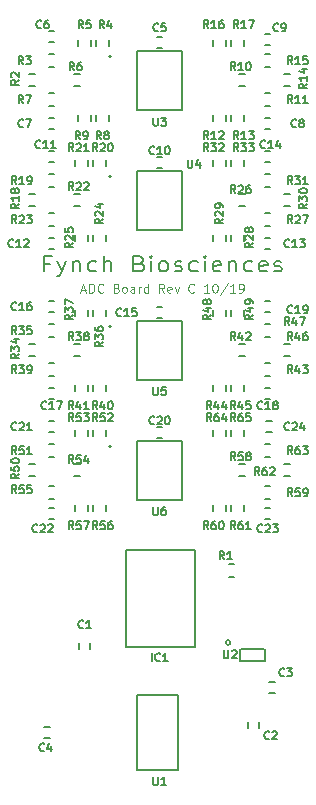
<source format=gto>
G04 #@! TF.GenerationSoftware,KiCad,Pcbnew,(5.1.8-0-10_14)*
G04 #@! TF.CreationDate,2020-12-29T19:16:56-08:00*
G04 #@! TF.ProjectId,ADC,4144432e-6b69-4636-9164-5f7063625858,rev?*
G04 #@! TF.SameCoordinates,Original*
G04 #@! TF.FileFunction,Legend,Top*
G04 #@! TF.FilePolarity,Positive*
%FSLAX46Y46*%
G04 Gerber Fmt 4.6, Leading zero omitted, Abs format (unit mm)*
G04 Created by KiCad (PCBNEW (5.1.8-0-10_14)) date 2020-12-29 19:16:56*
%MOMM*%
%LPD*%
G01*
G04 APERTURE LIST*
%ADD10C,0.100000*%
%ADD11C,0.203200*%
%ADD12C,0.150000*%
%ADD13C,0.127000*%
G04 APERTURE END LIST*
D10*
X116569000Y-76833000D02*
X116926142Y-76833000D01*
X116497571Y-77047285D02*
X116747571Y-76297285D01*
X116997571Y-77047285D01*
X117247571Y-77047285D02*
X117247571Y-76297285D01*
X117426142Y-76297285D01*
X117533285Y-76333000D01*
X117604714Y-76404428D01*
X117640428Y-76475857D01*
X117676142Y-76618714D01*
X117676142Y-76725857D01*
X117640428Y-76868714D01*
X117604714Y-76940142D01*
X117533285Y-77011571D01*
X117426142Y-77047285D01*
X117247571Y-77047285D01*
X118426142Y-76975857D02*
X118390428Y-77011571D01*
X118283285Y-77047285D01*
X118211857Y-77047285D01*
X118104714Y-77011571D01*
X118033285Y-76940142D01*
X117997571Y-76868714D01*
X117961857Y-76725857D01*
X117961857Y-76618714D01*
X117997571Y-76475857D01*
X118033285Y-76404428D01*
X118104714Y-76333000D01*
X118211857Y-76297285D01*
X118283285Y-76297285D01*
X118390428Y-76333000D01*
X118426142Y-76368714D01*
X119569000Y-76654428D02*
X119676142Y-76690142D01*
X119711857Y-76725857D01*
X119747571Y-76797285D01*
X119747571Y-76904428D01*
X119711857Y-76975857D01*
X119676142Y-77011571D01*
X119604714Y-77047285D01*
X119319000Y-77047285D01*
X119319000Y-76297285D01*
X119569000Y-76297285D01*
X119640428Y-76333000D01*
X119676142Y-76368714D01*
X119711857Y-76440142D01*
X119711857Y-76511571D01*
X119676142Y-76583000D01*
X119640428Y-76618714D01*
X119569000Y-76654428D01*
X119319000Y-76654428D01*
X120176142Y-77047285D02*
X120104714Y-77011571D01*
X120069000Y-76975857D01*
X120033285Y-76904428D01*
X120033285Y-76690142D01*
X120069000Y-76618714D01*
X120104714Y-76583000D01*
X120176142Y-76547285D01*
X120283285Y-76547285D01*
X120354714Y-76583000D01*
X120390428Y-76618714D01*
X120426142Y-76690142D01*
X120426142Y-76904428D01*
X120390428Y-76975857D01*
X120354714Y-77011571D01*
X120283285Y-77047285D01*
X120176142Y-77047285D01*
X121069000Y-77047285D02*
X121069000Y-76654428D01*
X121033285Y-76583000D01*
X120961857Y-76547285D01*
X120819000Y-76547285D01*
X120747571Y-76583000D01*
X121069000Y-77011571D02*
X120997571Y-77047285D01*
X120819000Y-77047285D01*
X120747571Y-77011571D01*
X120711857Y-76940142D01*
X120711857Y-76868714D01*
X120747571Y-76797285D01*
X120819000Y-76761571D01*
X120997571Y-76761571D01*
X121069000Y-76725857D01*
X121426142Y-77047285D02*
X121426142Y-76547285D01*
X121426142Y-76690142D02*
X121461857Y-76618714D01*
X121497571Y-76583000D01*
X121569000Y-76547285D01*
X121640428Y-76547285D01*
X122211857Y-77047285D02*
X122211857Y-76297285D01*
X122211857Y-77011571D02*
X122140428Y-77047285D01*
X121997571Y-77047285D01*
X121926142Y-77011571D01*
X121890428Y-76975857D01*
X121854714Y-76904428D01*
X121854714Y-76690142D01*
X121890428Y-76618714D01*
X121926142Y-76583000D01*
X121997571Y-76547285D01*
X122140428Y-76547285D01*
X122211857Y-76583000D01*
X123569000Y-77047285D02*
X123319000Y-76690142D01*
X123140428Y-77047285D02*
X123140428Y-76297285D01*
X123426142Y-76297285D01*
X123497571Y-76333000D01*
X123533285Y-76368714D01*
X123569000Y-76440142D01*
X123569000Y-76547285D01*
X123533285Y-76618714D01*
X123497571Y-76654428D01*
X123426142Y-76690142D01*
X123140428Y-76690142D01*
X124176142Y-77011571D02*
X124104714Y-77047285D01*
X123961857Y-77047285D01*
X123890428Y-77011571D01*
X123854714Y-76940142D01*
X123854714Y-76654428D01*
X123890428Y-76583000D01*
X123961857Y-76547285D01*
X124104714Y-76547285D01*
X124176142Y-76583000D01*
X124211857Y-76654428D01*
X124211857Y-76725857D01*
X123854714Y-76797285D01*
X124461857Y-76547285D02*
X124640428Y-77047285D01*
X124819000Y-76547285D01*
X126104714Y-76975857D02*
X126069000Y-77011571D01*
X125961857Y-77047285D01*
X125890428Y-77047285D01*
X125783285Y-77011571D01*
X125711857Y-76940142D01*
X125676142Y-76868714D01*
X125640428Y-76725857D01*
X125640428Y-76618714D01*
X125676142Y-76475857D01*
X125711857Y-76404428D01*
X125783285Y-76333000D01*
X125890428Y-76297285D01*
X125961857Y-76297285D01*
X126069000Y-76333000D01*
X126104714Y-76368714D01*
X127390428Y-77047285D02*
X126961857Y-77047285D01*
X127176142Y-77047285D02*
X127176142Y-76297285D01*
X127104714Y-76404428D01*
X127033285Y-76475857D01*
X126961857Y-76511571D01*
X127854714Y-76297285D02*
X127926142Y-76297285D01*
X127997571Y-76333000D01*
X128033285Y-76368714D01*
X128069000Y-76440142D01*
X128104714Y-76583000D01*
X128104714Y-76761571D01*
X128069000Y-76904428D01*
X128033285Y-76975857D01*
X127997571Y-77011571D01*
X127926142Y-77047285D01*
X127854714Y-77047285D01*
X127783285Y-77011571D01*
X127747571Y-76975857D01*
X127711857Y-76904428D01*
X127676142Y-76761571D01*
X127676142Y-76583000D01*
X127711857Y-76440142D01*
X127747571Y-76368714D01*
X127783285Y-76333000D01*
X127854714Y-76297285D01*
X128961857Y-76261571D02*
X128319000Y-77225857D01*
X129604714Y-77047285D02*
X129176142Y-77047285D01*
X129390428Y-77047285D02*
X129390428Y-76297285D01*
X129319000Y-76404428D01*
X129247571Y-76475857D01*
X129176142Y-76511571D01*
X129961857Y-77047285D02*
X130104714Y-77047285D01*
X130176142Y-77011571D01*
X130211857Y-76975857D01*
X130283285Y-76868714D01*
X130319000Y-76725857D01*
X130319000Y-76440142D01*
X130283285Y-76368714D01*
X130247571Y-76333000D01*
X130176142Y-76297285D01*
X130033285Y-76297285D01*
X129961857Y-76333000D01*
X129926142Y-76368714D01*
X129890428Y-76440142D01*
X129890428Y-76618714D01*
X129926142Y-76690142D01*
X129961857Y-76725857D01*
X130033285Y-76761571D01*
X130176142Y-76761571D01*
X130247571Y-76725857D01*
X130283285Y-76690142D01*
X130319000Y-76618714D01*
D11*
X113908285Y-74585285D02*
X113408285Y-74585285D01*
X113408285Y-75250523D02*
X113408285Y-73980523D01*
X114122571Y-73980523D01*
X114551142Y-74403857D02*
X114908285Y-75250523D01*
X115265428Y-74403857D02*
X114908285Y-75250523D01*
X114765428Y-75552904D01*
X114694000Y-75613380D01*
X114551142Y-75673857D01*
X115836857Y-74403857D02*
X115836857Y-75250523D01*
X115836857Y-74524809D02*
X115908285Y-74464333D01*
X116051142Y-74403857D01*
X116265428Y-74403857D01*
X116408285Y-74464333D01*
X116479714Y-74585285D01*
X116479714Y-75250523D01*
X117836857Y-75190047D02*
X117694000Y-75250523D01*
X117408285Y-75250523D01*
X117265428Y-75190047D01*
X117194000Y-75129571D01*
X117122571Y-75008619D01*
X117122571Y-74645761D01*
X117194000Y-74524809D01*
X117265428Y-74464333D01*
X117408285Y-74403857D01*
X117694000Y-74403857D01*
X117836857Y-74464333D01*
X118479714Y-75250523D02*
X118479714Y-73980523D01*
X119122571Y-75250523D02*
X119122571Y-74585285D01*
X119051142Y-74464333D01*
X118908285Y-74403857D01*
X118694000Y-74403857D01*
X118551142Y-74464333D01*
X118479714Y-74524809D01*
X121479714Y-74585285D02*
X121694000Y-74645761D01*
X121765428Y-74706238D01*
X121836857Y-74827190D01*
X121836857Y-75008619D01*
X121765428Y-75129571D01*
X121694000Y-75190047D01*
X121551142Y-75250523D01*
X120979714Y-75250523D01*
X120979714Y-73980523D01*
X121479714Y-73980523D01*
X121622571Y-74041000D01*
X121694000Y-74101476D01*
X121765428Y-74222428D01*
X121765428Y-74343380D01*
X121694000Y-74464333D01*
X121622571Y-74524809D01*
X121479714Y-74585285D01*
X120979714Y-74585285D01*
X122479714Y-75250523D02*
X122479714Y-74403857D01*
X122479714Y-73980523D02*
X122408285Y-74041000D01*
X122479714Y-74101476D01*
X122551142Y-74041000D01*
X122479714Y-73980523D01*
X122479714Y-74101476D01*
X123408285Y-75250523D02*
X123265428Y-75190047D01*
X123194000Y-75129571D01*
X123122571Y-75008619D01*
X123122571Y-74645761D01*
X123194000Y-74524809D01*
X123265428Y-74464333D01*
X123408285Y-74403857D01*
X123622571Y-74403857D01*
X123765428Y-74464333D01*
X123836857Y-74524809D01*
X123908285Y-74645761D01*
X123908285Y-75008619D01*
X123836857Y-75129571D01*
X123765428Y-75190047D01*
X123622571Y-75250523D01*
X123408285Y-75250523D01*
X124479714Y-75190047D02*
X124622571Y-75250523D01*
X124908285Y-75250523D01*
X125051142Y-75190047D01*
X125122571Y-75069095D01*
X125122571Y-75008619D01*
X125051142Y-74887666D01*
X124908285Y-74827190D01*
X124694000Y-74827190D01*
X124551142Y-74766714D01*
X124479714Y-74645761D01*
X124479714Y-74585285D01*
X124551142Y-74464333D01*
X124694000Y-74403857D01*
X124908285Y-74403857D01*
X125051142Y-74464333D01*
X126408285Y-75190047D02*
X126265428Y-75250523D01*
X125979714Y-75250523D01*
X125836857Y-75190047D01*
X125765428Y-75129571D01*
X125694000Y-75008619D01*
X125694000Y-74645761D01*
X125765428Y-74524809D01*
X125836857Y-74464333D01*
X125979714Y-74403857D01*
X126265428Y-74403857D01*
X126408285Y-74464333D01*
X127051142Y-75250523D02*
X127051142Y-74403857D01*
X127051142Y-73980523D02*
X126979714Y-74041000D01*
X127051142Y-74101476D01*
X127122571Y-74041000D01*
X127051142Y-73980523D01*
X127051142Y-74101476D01*
X128336857Y-75190047D02*
X128194000Y-75250523D01*
X127908285Y-75250523D01*
X127765428Y-75190047D01*
X127694000Y-75069095D01*
X127694000Y-74585285D01*
X127765428Y-74464333D01*
X127908285Y-74403857D01*
X128194000Y-74403857D01*
X128336857Y-74464333D01*
X128408285Y-74585285D01*
X128408285Y-74706238D01*
X127694000Y-74827190D01*
X129051142Y-74403857D02*
X129051142Y-75250523D01*
X129051142Y-74524809D02*
X129122571Y-74464333D01*
X129265428Y-74403857D01*
X129479714Y-74403857D01*
X129622571Y-74464333D01*
X129694000Y-74585285D01*
X129694000Y-75250523D01*
X131051142Y-75190047D02*
X130908285Y-75250523D01*
X130622571Y-75250523D01*
X130479714Y-75190047D01*
X130408285Y-75129571D01*
X130336857Y-75008619D01*
X130336857Y-74645761D01*
X130408285Y-74524809D01*
X130479714Y-74464333D01*
X130622571Y-74403857D01*
X130908285Y-74403857D01*
X131051142Y-74464333D01*
X132265428Y-75190047D02*
X132122571Y-75250523D01*
X131836857Y-75250523D01*
X131694000Y-75190047D01*
X131622571Y-75069095D01*
X131622571Y-74585285D01*
X131694000Y-74464333D01*
X131836857Y-74403857D01*
X132122571Y-74403857D01*
X132265428Y-74464333D01*
X132336857Y-74585285D01*
X132336857Y-74706238D01*
X131622571Y-74827190D01*
X132908285Y-75190047D02*
X133051142Y-75250523D01*
X133336857Y-75250523D01*
X133479714Y-75190047D01*
X133551142Y-75069095D01*
X133551142Y-75008619D01*
X133479714Y-74887666D01*
X133336857Y-74827190D01*
X133122571Y-74827190D01*
X132979714Y-74766714D01*
X132908285Y-74645761D01*
X132908285Y-74585285D01*
X132979714Y-74464333D01*
X133122571Y-74403857D01*
X133336857Y-74403857D01*
X133479714Y-74464333D01*
D12*
X132584000Y-93455000D02*
X132084000Y-93455000D01*
X132084000Y-94505000D02*
X132584000Y-94505000D01*
X117585000Y-84840000D02*
X117585000Y-85340000D01*
X118635000Y-85340000D02*
X118635000Y-84840000D01*
X130319000Y-62480000D02*
X130319000Y-61980000D01*
X129269000Y-61980000D02*
X129269000Y-62480000D01*
X117585000Y-95000000D02*
X117585000Y-95500000D01*
X118635000Y-95500000D02*
X118635000Y-95000000D01*
X113796000Y-94505000D02*
X114296000Y-94505000D01*
X114296000Y-93455000D02*
X113796000Y-93455000D01*
X132465000Y-110965000D02*
X132965000Y-110965000D01*
X132965000Y-110015000D02*
X132465000Y-110015000D01*
X113915000Y-113825000D02*
X113415000Y-113825000D01*
X113415000Y-114775000D02*
X113915000Y-114775000D01*
X122940000Y-56355000D02*
X123440000Y-56355000D01*
X123440000Y-55405000D02*
X122940000Y-55405000D01*
X114296000Y-54897000D02*
X113796000Y-54897000D01*
X113796000Y-55847000D02*
X114296000Y-55847000D01*
X132084000Y-63213000D02*
X132584000Y-63213000D01*
X132584000Y-62263000D02*
X132084000Y-62263000D01*
X132084000Y-56101000D02*
X132584000Y-56101000D01*
X132584000Y-55151000D02*
X132084000Y-55151000D01*
X122940000Y-66515000D02*
X123440000Y-66515000D01*
X123440000Y-65565000D02*
X122940000Y-65565000D01*
X114296000Y-65057000D02*
X113796000Y-65057000D01*
X113796000Y-66007000D02*
X114296000Y-66007000D01*
X114296000Y-72423000D02*
X113796000Y-72423000D01*
X113796000Y-73373000D02*
X114296000Y-73373000D01*
X132084000Y-73373000D02*
X132584000Y-73373000D01*
X132584000Y-72423000D02*
X132084000Y-72423000D01*
X132084000Y-66007000D02*
X132584000Y-66007000D01*
X132584000Y-65057000D02*
X132084000Y-65057000D01*
X122940000Y-79215000D02*
X123440000Y-79215000D01*
X123440000Y-78265000D02*
X122940000Y-78265000D01*
X114296000Y-77757000D02*
X113796000Y-77757000D01*
X113796000Y-78707000D02*
X114296000Y-78707000D01*
X114296000Y-85123000D02*
X113796000Y-85123000D01*
X113796000Y-86073000D02*
X114296000Y-86073000D01*
X132084000Y-86073000D02*
X132584000Y-86073000D01*
X132584000Y-85123000D02*
X132084000Y-85123000D01*
X132084000Y-78707000D02*
X132584000Y-78707000D01*
X132584000Y-77757000D02*
X132084000Y-77757000D01*
X122940000Y-89375000D02*
X123440000Y-89375000D01*
X123440000Y-88425000D02*
X122940000Y-88425000D01*
X114296000Y-87917000D02*
X113796000Y-87917000D01*
X113796000Y-88867000D02*
X114296000Y-88867000D01*
X114296000Y-95283000D02*
X113796000Y-95283000D01*
X113796000Y-96233000D02*
X114296000Y-96233000D01*
X132084000Y-96233000D02*
X132584000Y-96233000D01*
X132584000Y-95283000D02*
X132084000Y-95283000D01*
X129536000Y-100059000D02*
X129036000Y-100059000D01*
X129036000Y-101109000D02*
X129536000Y-101109000D01*
X112645000Y-58530000D02*
X112145000Y-58530000D01*
X112145000Y-59580000D02*
X112645000Y-59580000D01*
X114296000Y-56879000D02*
X113796000Y-56879000D01*
X113796000Y-57929000D02*
X114296000Y-57929000D01*
X118889000Y-56130000D02*
X118889000Y-55630000D01*
X117839000Y-55630000D02*
X117839000Y-56130000D01*
X116315000Y-55630000D02*
X116315000Y-56130000D01*
X117365000Y-56130000D02*
X117365000Y-55630000D01*
X116455000Y-58530000D02*
X115955000Y-58530000D01*
X115955000Y-59580000D02*
X116455000Y-59580000D01*
X113796000Y-61231000D02*
X114296000Y-61231000D01*
X114296000Y-60181000D02*
X113796000Y-60181000D01*
X117839000Y-61980000D02*
X117839000Y-62480000D01*
X118889000Y-62480000D02*
X118889000Y-61980000D01*
X117365000Y-62480000D02*
X117365000Y-61980000D01*
X116315000Y-61980000D02*
X116315000Y-62480000D01*
X129925000Y-59580000D02*
X130425000Y-59580000D01*
X130425000Y-58530000D02*
X129925000Y-58530000D01*
X132584000Y-60181000D02*
X132084000Y-60181000D01*
X132084000Y-61231000D02*
X132584000Y-61231000D01*
X127745000Y-61980000D02*
X127745000Y-62480000D01*
X128795000Y-62480000D02*
X128795000Y-61980000D01*
X133735000Y-59580000D02*
X134235000Y-59580000D01*
X134235000Y-58530000D02*
X133735000Y-58530000D01*
X132584000Y-56879000D02*
X132084000Y-56879000D01*
X132084000Y-57929000D02*
X132584000Y-57929000D01*
X128795000Y-56130000D02*
X128795000Y-55630000D01*
X127745000Y-55630000D02*
X127745000Y-56130000D01*
X129269000Y-55630000D02*
X129269000Y-56130000D01*
X130319000Y-56130000D02*
X130319000Y-55630000D01*
X112645000Y-68690000D02*
X112145000Y-68690000D01*
X112145000Y-69740000D02*
X112645000Y-69740000D01*
X114296000Y-67039000D02*
X113796000Y-67039000D01*
X113796000Y-68089000D02*
X114296000Y-68089000D01*
X118635000Y-66290000D02*
X118635000Y-65790000D01*
X117585000Y-65790000D02*
X117585000Y-66290000D01*
X116061000Y-65790000D02*
X116061000Y-66290000D01*
X117111000Y-66290000D02*
X117111000Y-65790000D01*
X116455000Y-68690000D02*
X115955000Y-68690000D01*
X115955000Y-69740000D02*
X116455000Y-69740000D01*
X113796000Y-71391000D02*
X114296000Y-71391000D01*
X114296000Y-70341000D02*
X113796000Y-70341000D01*
X117585000Y-72140000D02*
X117585000Y-72640000D01*
X118635000Y-72640000D02*
X118635000Y-72140000D01*
X117111000Y-72640000D02*
X117111000Y-72140000D01*
X116061000Y-72140000D02*
X116061000Y-72640000D01*
X129925000Y-69740000D02*
X130425000Y-69740000D01*
X130425000Y-68690000D02*
X129925000Y-68690000D01*
X132584000Y-70341000D02*
X132084000Y-70341000D01*
X132084000Y-71391000D02*
X132584000Y-71391000D01*
X127745000Y-72140000D02*
X127745000Y-72640000D01*
X128795000Y-72640000D02*
X128795000Y-72140000D01*
X130319000Y-72640000D02*
X130319000Y-72140000D01*
X129269000Y-72140000D02*
X129269000Y-72640000D01*
X133735000Y-69740000D02*
X134235000Y-69740000D01*
X134235000Y-68690000D02*
X133735000Y-68690000D01*
X132584000Y-67039000D02*
X132084000Y-67039000D01*
X132084000Y-68089000D02*
X132584000Y-68089000D01*
X128795000Y-66290000D02*
X128795000Y-65790000D01*
X127745000Y-65790000D02*
X127745000Y-66290000D01*
X129269000Y-65790000D02*
X129269000Y-66290000D01*
X130319000Y-66290000D02*
X130319000Y-65790000D01*
X112645000Y-81390000D02*
X112145000Y-81390000D01*
X112145000Y-82440000D02*
X112645000Y-82440000D01*
X114296000Y-79739000D02*
X113796000Y-79739000D01*
X113796000Y-80789000D02*
X114296000Y-80789000D01*
X118635000Y-78990000D02*
X118635000Y-78490000D01*
X117585000Y-78490000D02*
X117585000Y-78990000D01*
X116061000Y-78490000D02*
X116061000Y-78990000D01*
X117111000Y-78990000D02*
X117111000Y-78490000D01*
X116455000Y-81390000D02*
X115955000Y-81390000D01*
X115955000Y-82440000D02*
X116455000Y-82440000D01*
X113796000Y-84091000D02*
X114296000Y-84091000D01*
X114296000Y-83041000D02*
X113796000Y-83041000D01*
X117111000Y-85340000D02*
X117111000Y-84840000D01*
X116061000Y-84840000D02*
X116061000Y-85340000D01*
X129925000Y-82440000D02*
X130425000Y-82440000D01*
X130425000Y-81390000D02*
X129925000Y-81390000D01*
X132584000Y-83041000D02*
X132084000Y-83041000D01*
X132084000Y-84091000D02*
X132584000Y-84091000D01*
X127745000Y-84840000D02*
X127745000Y-85340000D01*
X128795000Y-85340000D02*
X128795000Y-84840000D01*
X130319000Y-85340000D02*
X130319000Y-84840000D01*
X129269000Y-84840000D02*
X129269000Y-85340000D01*
X134235000Y-81390000D02*
X133735000Y-81390000D01*
X133735000Y-82440000D02*
X134235000Y-82440000D01*
X132584000Y-79739000D02*
X132084000Y-79739000D01*
X132084000Y-80789000D02*
X132584000Y-80789000D01*
X128795000Y-78990000D02*
X128795000Y-78490000D01*
X127745000Y-78490000D02*
X127745000Y-78990000D01*
X129269000Y-78490000D02*
X129269000Y-78990000D01*
X130319000Y-78990000D02*
X130319000Y-78490000D01*
X112645000Y-91550000D02*
X112145000Y-91550000D01*
X112145000Y-92600000D02*
X112645000Y-92600000D01*
X114296000Y-89899000D02*
X113796000Y-89899000D01*
X113796000Y-90949000D02*
X114296000Y-90949000D01*
X118635000Y-89150000D02*
X118635000Y-88650000D01*
X117585000Y-88650000D02*
X117585000Y-89150000D01*
X116061000Y-88650000D02*
X116061000Y-89150000D01*
X117111000Y-89150000D02*
X117111000Y-88650000D01*
X116455000Y-91550000D02*
X115955000Y-91550000D01*
X115955000Y-92600000D02*
X116455000Y-92600000D01*
X117111000Y-95500000D02*
X117111000Y-95000000D01*
X116061000Y-95000000D02*
X116061000Y-95500000D01*
X129925000Y-92600000D02*
X130425000Y-92600000D01*
X130425000Y-91550000D02*
X129925000Y-91550000D01*
X127745000Y-95000000D02*
X127745000Y-95500000D01*
X128795000Y-95500000D02*
X128795000Y-95000000D01*
X130319000Y-95500000D02*
X130319000Y-95000000D01*
X129269000Y-95000000D02*
X129269000Y-95500000D01*
X134235000Y-91550000D02*
X133735000Y-91550000D01*
X133735000Y-92600000D02*
X134235000Y-92600000D01*
X132584000Y-89899000D02*
X132084000Y-89899000D01*
X132084000Y-90949000D02*
X132584000Y-90949000D01*
X128795000Y-89150000D02*
X128795000Y-88650000D01*
X127745000Y-88650000D02*
X127745000Y-89150000D01*
X129269000Y-88650000D02*
X129269000Y-89150000D01*
X130319000Y-89150000D02*
X130319000Y-88650000D01*
X125090000Y-61555000D02*
X125090000Y-56555000D01*
X121290000Y-61555000D02*
X121290000Y-56555000D01*
X125090000Y-56555000D02*
X121290000Y-56555000D01*
X125090000Y-61555000D02*
X121290000Y-61555000D01*
X119090000Y-57055000D02*
G75*
G03*
X119090000Y-57055000I-100000J0D01*
G01*
X125090000Y-71715000D02*
X125090000Y-66715000D01*
X121290000Y-71715000D02*
X121290000Y-66715000D01*
X125090000Y-66715000D02*
X121290000Y-66715000D01*
X125090000Y-71715000D02*
X121290000Y-71715000D01*
X119090000Y-67215000D02*
G75*
G03*
X119090000Y-67215000I-100000J0D01*
G01*
X125090000Y-84415000D02*
X125090000Y-79415000D01*
X121290000Y-84415000D02*
X121290000Y-79415000D01*
X125090000Y-79415000D02*
X121290000Y-79415000D01*
X125090000Y-84415000D02*
X121290000Y-84415000D01*
X119090000Y-79915000D02*
G75*
G03*
X119090000Y-79915000I-100000J0D01*
G01*
X125090000Y-94575000D02*
X125090000Y-89575000D01*
X121290000Y-94575000D02*
X121290000Y-89575000D01*
X125090000Y-89575000D02*
X121290000Y-89575000D01*
X125090000Y-94575000D02*
X121290000Y-94575000D01*
X119090000Y-90075000D02*
G75*
G03*
X119090000Y-90075000I-100000J0D01*
G01*
X116365000Y-106747500D02*
X116365000Y-107247500D01*
X117315000Y-107247500D02*
X117315000Y-106747500D01*
X130652500Y-113415000D02*
X130652500Y-113915000D01*
X131602500Y-113915000D02*
X131602500Y-113415000D01*
X132222000Y-88867000D02*
X132722000Y-88867000D01*
X132722000Y-87917000D02*
X132222000Y-87917000D01*
X129190000Y-106670000D02*
G75*
G03*
X129190000Y-106670000I-200000J0D01*
G01*
X126190000Y-98870000D02*
X126190000Y-107070000D01*
X120390000Y-98870000D02*
X120390000Y-107070000D01*
X126190000Y-107070000D02*
X120390000Y-107070000D01*
X126190000Y-98870000D02*
X120390000Y-98870000D01*
X124790000Y-117500000D02*
X121290000Y-117500000D01*
X121290000Y-117500000D02*
X121290000Y-111100000D01*
X124790000Y-117500000D02*
X124790000Y-111100000D01*
X121290000Y-111100000D02*
X124790000Y-111100000D01*
X114296000Y-62263000D02*
X113796000Y-62263000D01*
X113796000Y-63213000D02*
X114296000Y-63213000D01*
X132089000Y-108195000D02*
X132089000Y-107220000D01*
X130064000Y-107220000D02*
X132064000Y-107220000D01*
X130064000Y-108220000D02*
X132064000Y-108220000D01*
X130039000Y-108195000D02*
X130039000Y-107220000D01*
D13*
X134433128Y-94290242D02*
X134204528Y-93963671D01*
X134041242Y-94290242D02*
X134041242Y-93604442D01*
X134302500Y-93604442D01*
X134367814Y-93637100D01*
X134400471Y-93669757D01*
X134433128Y-93735071D01*
X134433128Y-93833042D01*
X134400471Y-93898357D01*
X134367814Y-93931014D01*
X134302500Y-93963671D01*
X134041242Y-93963671D01*
X135053614Y-93604442D02*
X134727042Y-93604442D01*
X134694385Y-93931014D01*
X134727042Y-93898357D01*
X134792357Y-93865700D01*
X134955642Y-93865700D01*
X135020957Y-93898357D01*
X135053614Y-93931014D01*
X135086271Y-93996328D01*
X135086271Y-94159614D01*
X135053614Y-94224928D01*
X135020957Y-94257585D01*
X134955642Y-94290242D01*
X134792357Y-94290242D01*
X134727042Y-94257585D01*
X134694385Y-94224928D01*
X135412842Y-94290242D02*
X135543471Y-94290242D01*
X135608785Y-94257585D01*
X135641442Y-94224928D01*
X135706757Y-94126957D01*
X135739414Y-93996328D01*
X135739414Y-93735071D01*
X135706757Y-93669757D01*
X135674100Y-93637100D01*
X135608785Y-93604442D01*
X135478157Y-93604442D01*
X135412842Y-93637100D01*
X135380185Y-93669757D01*
X135347528Y-93735071D01*
X135347528Y-93898357D01*
X135380185Y-93963671D01*
X135412842Y-93996328D01*
X135478157Y-94028985D01*
X135608785Y-94028985D01*
X135674100Y-93996328D01*
X135706757Y-93963671D01*
X135739414Y-93898357D01*
X117923128Y-86924242D02*
X117694528Y-86597671D01*
X117531242Y-86924242D02*
X117531242Y-86238442D01*
X117792500Y-86238442D01*
X117857814Y-86271100D01*
X117890471Y-86303757D01*
X117923128Y-86369071D01*
X117923128Y-86467042D01*
X117890471Y-86532357D01*
X117857814Y-86565014D01*
X117792500Y-86597671D01*
X117531242Y-86597671D01*
X118510957Y-86467042D02*
X118510957Y-86924242D01*
X118347671Y-86205785D02*
X118184385Y-86695642D01*
X118608928Y-86695642D01*
X119000814Y-86238442D02*
X119066128Y-86238442D01*
X119131442Y-86271100D01*
X119164100Y-86303757D01*
X119196757Y-86369071D01*
X119229414Y-86499700D01*
X119229414Y-86662985D01*
X119196757Y-86793614D01*
X119164100Y-86858928D01*
X119131442Y-86891585D01*
X119066128Y-86924242D01*
X119000814Y-86924242D01*
X118935500Y-86891585D01*
X118902842Y-86858928D01*
X118870185Y-86793614D01*
X118837528Y-86662985D01*
X118837528Y-86499700D01*
X118870185Y-86369071D01*
X118902842Y-86303757D01*
X118935500Y-86271100D01*
X119000814Y-86238442D01*
X129861128Y-64064242D02*
X129632528Y-63737671D01*
X129469242Y-64064242D02*
X129469242Y-63378442D01*
X129730500Y-63378442D01*
X129795814Y-63411100D01*
X129828471Y-63443757D01*
X129861128Y-63509071D01*
X129861128Y-63607042D01*
X129828471Y-63672357D01*
X129795814Y-63705014D01*
X129730500Y-63737671D01*
X129469242Y-63737671D01*
X130514271Y-64064242D02*
X130122385Y-64064242D01*
X130318328Y-64064242D02*
X130318328Y-63378442D01*
X130253014Y-63476414D01*
X130187700Y-63541728D01*
X130122385Y-63574385D01*
X130742871Y-63378442D02*
X131167414Y-63378442D01*
X130938814Y-63639700D01*
X131036785Y-63639700D01*
X131102100Y-63672357D01*
X131134757Y-63705014D01*
X131167414Y-63770328D01*
X131167414Y-63933614D01*
X131134757Y-63998928D01*
X131102100Y-64031585D01*
X131036785Y-64064242D01*
X130840842Y-64064242D01*
X130775528Y-64031585D01*
X130742871Y-63998928D01*
X117923128Y-97084242D02*
X117694528Y-96757671D01*
X117531242Y-97084242D02*
X117531242Y-96398442D01*
X117792500Y-96398442D01*
X117857814Y-96431100D01*
X117890471Y-96463757D01*
X117923128Y-96529071D01*
X117923128Y-96627042D01*
X117890471Y-96692357D01*
X117857814Y-96725014D01*
X117792500Y-96757671D01*
X117531242Y-96757671D01*
X118543614Y-96398442D02*
X118217042Y-96398442D01*
X118184385Y-96725014D01*
X118217042Y-96692357D01*
X118282357Y-96659700D01*
X118445642Y-96659700D01*
X118510957Y-96692357D01*
X118543614Y-96725014D01*
X118576271Y-96790328D01*
X118576271Y-96953614D01*
X118543614Y-97018928D01*
X118510957Y-97051585D01*
X118445642Y-97084242D01*
X118282357Y-97084242D01*
X118217042Y-97051585D01*
X118184385Y-97018928D01*
X119164100Y-96398442D02*
X119033471Y-96398442D01*
X118968157Y-96431100D01*
X118935500Y-96463757D01*
X118870185Y-96561728D01*
X118837528Y-96692357D01*
X118837528Y-96953614D01*
X118870185Y-97018928D01*
X118902842Y-97051585D01*
X118968157Y-97084242D01*
X119098785Y-97084242D01*
X119164100Y-97051585D01*
X119196757Y-97018928D01*
X119229414Y-96953614D01*
X119229414Y-96790328D01*
X119196757Y-96725014D01*
X119164100Y-96692357D01*
X119098785Y-96659700D01*
X118968157Y-96659700D01*
X118902842Y-96692357D01*
X118870185Y-96725014D01*
X118837528Y-96790328D01*
X111065128Y-94036242D02*
X110836528Y-93709671D01*
X110673242Y-94036242D02*
X110673242Y-93350442D01*
X110934500Y-93350442D01*
X110999814Y-93383100D01*
X111032471Y-93415757D01*
X111065128Y-93481071D01*
X111065128Y-93579042D01*
X111032471Y-93644357D01*
X110999814Y-93677014D01*
X110934500Y-93709671D01*
X110673242Y-93709671D01*
X111685614Y-93350442D02*
X111359042Y-93350442D01*
X111326385Y-93677014D01*
X111359042Y-93644357D01*
X111424357Y-93611700D01*
X111587642Y-93611700D01*
X111652957Y-93644357D01*
X111685614Y-93677014D01*
X111718271Y-93742328D01*
X111718271Y-93905614D01*
X111685614Y-93970928D01*
X111652957Y-94003585D01*
X111587642Y-94036242D01*
X111424357Y-94036242D01*
X111359042Y-94003585D01*
X111326385Y-93970928D01*
X112338757Y-93350442D02*
X112012185Y-93350442D01*
X111979528Y-93677014D01*
X112012185Y-93644357D01*
X112077500Y-93611700D01*
X112240785Y-93611700D01*
X112306100Y-93644357D01*
X112338757Y-93677014D01*
X112371414Y-93742328D01*
X112371414Y-93905614D01*
X112338757Y-93970928D01*
X112306100Y-94003585D01*
X112240785Y-94036242D01*
X112077500Y-94036242D01*
X112012185Y-94003585D01*
X111979528Y-93970928D01*
X133743700Y-109464928D02*
X133711042Y-109497585D01*
X133613071Y-109530242D01*
X133547757Y-109530242D01*
X133449785Y-109497585D01*
X133384471Y-109432271D01*
X133351814Y-109366957D01*
X133319157Y-109236328D01*
X133319157Y-109138357D01*
X133351814Y-109007728D01*
X133384471Y-108942414D01*
X133449785Y-108877100D01*
X133547757Y-108844442D01*
X133613071Y-108844442D01*
X133711042Y-108877100D01*
X133743700Y-108909757D01*
X133972300Y-108844442D02*
X134396842Y-108844442D01*
X134168242Y-109105700D01*
X134266214Y-109105700D01*
X134331528Y-109138357D01*
X134364185Y-109171014D01*
X134396842Y-109236328D01*
X134396842Y-109399614D01*
X134364185Y-109464928D01*
X134331528Y-109497585D01*
X134266214Y-109530242D01*
X134070271Y-109530242D01*
X134004957Y-109497585D01*
X133972300Y-109464928D01*
X113423700Y-115814928D02*
X113391042Y-115847585D01*
X113293071Y-115880242D01*
X113227757Y-115880242D01*
X113129785Y-115847585D01*
X113064471Y-115782271D01*
X113031814Y-115716957D01*
X112999157Y-115586328D01*
X112999157Y-115488357D01*
X113031814Y-115357728D01*
X113064471Y-115292414D01*
X113129785Y-115227100D01*
X113227757Y-115194442D01*
X113293071Y-115194442D01*
X113391042Y-115227100D01*
X113423700Y-115259757D01*
X114011528Y-115423042D02*
X114011528Y-115880242D01*
X113848242Y-115161785D02*
X113684957Y-115651642D01*
X114109500Y-115651642D01*
X123075700Y-54854928D02*
X123043042Y-54887585D01*
X122945071Y-54920242D01*
X122879757Y-54920242D01*
X122781785Y-54887585D01*
X122716471Y-54822271D01*
X122683814Y-54756957D01*
X122651157Y-54626328D01*
X122651157Y-54528357D01*
X122683814Y-54397728D01*
X122716471Y-54332414D01*
X122781785Y-54267100D01*
X122879757Y-54234442D01*
X122945071Y-54234442D01*
X123043042Y-54267100D01*
X123075700Y-54299757D01*
X123696185Y-54234442D02*
X123369614Y-54234442D01*
X123336957Y-54561014D01*
X123369614Y-54528357D01*
X123434928Y-54495700D01*
X123598214Y-54495700D01*
X123663528Y-54528357D01*
X123696185Y-54561014D01*
X123728842Y-54626328D01*
X123728842Y-54789614D01*
X123696185Y-54854928D01*
X123663528Y-54887585D01*
X123598214Y-54920242D01*
X123434928Y-54920242D01*
X123369614Y-54887585D01*
X123336957Y-54854928D01*
X113169700Y-54600928D02*
X113137042Y-54633585D01*
X113039071Y-54666242D01*
X112973757Y-54666242D01*
X112875785Y-54633585D01*
X112810471Y-54568271D01*
X112777814Y-54502957D01*
X112745157Y-54372328D01*
X112745157Y-54274357D01*
X112777814Y-54143728D01*
X112810471Y-54078414D01*
X112875785Y-54013100D01*
X112973757Y-53980442D01*
X113039071Y-53980442D01*
X113137042Y-54013100D01*
X113169700Y-54045757D01*
X113757528Y-53980442D02*
X113626900Y-53980442D01*
X113561585Y-54013100D01*
X113528928Y-54045757D01*
X113463614Y-54143728D01*
X113430957Y-54274357D01*
X113430957Y-54535614D01*
X113463614Y-54600928D01*
X113496271Y-54633585D01*
X113561585Y-54666242D01*
X113692214Y-54666242D01*
X113757528Y-54633585D01*
X113790185Y-54600928D01*
X113822842Y-54535614D01*
X113822842Y-54372328D01*
X113790185Y-54307014D01*
X113757528Y-54274357D01*
X113692214Y-54241700D01*
X113561585Y-54241700D01*
X113496271Y-54274357D01*
X113463614Y-54307014D01*
X113430957Y-54372328D01*
X134759700Y-62982928D02*
X134727042Y-63015585D01*
X134629071Y-63048242D01*
X134563757Y-63048242D01*
X134465785Y-63015585D01*
X134400471Y-62950271D01*
X134367814Y-62884957D01*
X134335157Y-62754328D01*
X134335157Y-62656357D01*
X134367814Y-62525728D01*
X134400471Y-62460414D01*
X134465785Y-62395100D01*
X134563757Y-62362442D01*
X134629071Y-62362442D01*
X134727042Y-62395100D01*
X134759700Y-62427757D01*
X135151585Y-62656357D02*
X135086271Y-62623700D01*
X135053614Y-62591042D01*
X135020957Y-62525728D01*
X135020957Y-62493071D01*
X135053614Y-62427757D01*
X135086271Y-62395100D01*
X135151585Y-62362442D01*
X135282214Y-62362442D01*
X135347528Y-62395100D01*
X135380185Y-62427757D01*
X135412842Y-62493071D01*
X135412842Y-62525728D01*
X135380185Y-62591042D01*
X135347528Y-62623700D01*
X135282214Y-62656357D01*
X135151585Y-62656357D01*
X135086271Y-62689014D01*
X135053614Y-62721671D01*
X135020957Y-62786985D01*
X135020957Y-62917614D01*
X135053614Y-62982928D01*
X135086271Y-63015585D01*
X135151585Y-63048242D01*
X135282214Y-63048242D01*
X135347528Y-63015585D01*
X135380185Y-62982928D01*
X135412842Y-62917614D01*
X135412842Y-62786985D01*
X135380185Y-62721671D01*
X135347528Y-62689014D01*
X135282214Y-62656357D01*
X133235700Y-54854928D02*
X133203042Y-54887585D01*
X133105071Y-54920242D01*
X133039757Y-54920242D01*
X132941785Y-54887585D01*
X132876471Y-54822271D01*
X132843814Y-54756957D01*
X132811157Y-54626328D01*
X132811157Y-54528357D01*
X132843814Y-54397728D01*
X132876471Y-54332414D01*
X132941785Y-54267100D01*
X133039757Y-54234442D01*
X133105071Y-54234442D01*
X133203042Y-54267100D01*
X133235700Y-54299757D01*
X133562271Y-54920242D02*
X133692900Y-54920242D01*
X133758214Y-54887585D01*
X133790871Y-54854928D01*
X133856185Y-54756957D01*
X133888842Y-54626328D01*
X133888842Y-54365071D01*
X133856185Y-54299757D01*
X133823528Y-54267100D01*
X133758214Y-54234442D01*
X133627585Y-54234442D01*
X133562271Y-54267100D01*
X133529614Y-54299757D01*
X133496957Y-54365071D01*
X133496957Y-54528357D01*
X133529614Y-54593671D01*
X133562271Y-54626328D01*
X133627585Y-54658985D01*
X133758214Y-54658985D01*
X133823528Y-54626328D01*
X133856185Y-54593671D01*
X133888842Y-54528357D01*
X122749128Y-65268928D02*
X122716471Y-65301585D01*
X122618500Y-65334242D01*
X122553185Y-65334242D01*
X122455214Y-65301585D01*
X122389900Y-65236271D01*
X122357242Y-65170957D01*
X122324585Y-65040328D01*
X122324585Y-64942357D01*
X122357242Y-64811728D01*
X122389900Y-64746414D01*
X122455214Y-64681100D01*
X122553185Y-64648442D01*
X122618500Y-64648442D01*
X122716471Y-64681100D01*
X122749128Y-64713757D01*
X123402271Y-65334242D02*
X123010385Y-65334242D01*
X123206328Y-65334242D02*
X123206328Y-64648442D01*
X123141014Y-64746414D01*
X123075700Y-64811728D01*
X123010385Y-64844385D01*
X123826814Y-64648442D02*
X123892128Y-64648442D01*
X123957442Y-64681100D01*
X123990100Y-64713757D01*
X124022757Y-64779071D01*
X124055414Y-64909700D01*
X124055414Y-65072985D01*
X124022757Y-65203614D01*
X123990100Y-65268928D01*
X123957442Y-65301585D01*
X123892128Y-65334242D01*
X123826814Y-65334242D01*
X123761500Y-65301585D01*
X123728842Y-65268928D01*
X123696185Y-65203614D01*
X123663528Y-65072985D01*
X123663528Y-64909700D01*
X123696185Y-64779071D01*
X123728842Y-64713757D01*
X123761500Y-64681100D01*
X123826814Y-64648442D01*
X113097128Y-64760928D02*
X113064471Y-64793585D01*
X112966500Y-64826242D01*
X112901185Y-64826242D01*
X112803214Y-64793585D01*
X112737900Y-64728271D01*
X112705242Y-64662957D01*
X112672585Y-64532328D01*
X112672585Y-64434357D01*
X112705242Y-64303728D01*
X112737900Y-64238414D01*
X112803214Y-64173100D01*
X112901185Y-64140442D01*
X112966500Y-64140442D01*
X113064471Y-64173100D01*
X113097128Y-64205757D01*
X113750271Y-64826242D02*
X113358385Y-64826242D01*
X113554328Y-64826242D02*
X113554328Y-64140442D01*
X113489014Y-64238414D01*
X113423700Y-64303728D01*
X113358385Y-64336385D01*
X114403414Y-64826242D02*
X114011528Y-64826242D01*
X114207471Y-64826242D02*
X114207471Y-64140442D01*
X114142157Y-64238414D01*
X114076842Y-64303728D01*
X114011528Y-64336385D01*
X110811128Y-73142928D02*
X110778471Y-73175585D01*
X110680500Y-73208242D01*
X110615185Y-73208242D01*
X110517214Y-73175585D01*
X110451900Y-73110271D01*
X110419242Y-73044957D01*
X110386585Y-72914328D01*
X110386585Y-72816357D01*
X110419242Y-72685728D01*
X110451900Y-72620414D01*
X110517214Y-72555100D01*
X110615185Y-72522442D01*
X110680500Y-72522442D01*
X110778471Y-72555100D01*
X110811128Y-72587757D01*
X111464271Y-73208242D02*
X111072385Y-73208242D01*
X111268328Y-73208242D02*
X111268328Y-72522442D01*
X111203014Y-72620414D01*
X111137700Y-72685728D01*
X111072385Y-72718385D01*
X111725528Y-72587757D02*
X111758185Y-72555100D01*
X111823500Y-72522442D01*
X111986785Y-72522442D01*
X112052100Y-72555100D01*
X112084757Y-72587757D01*
X112117414Y-72653071D01*
X112117414Y-72718385D01*
X112084757Y-72816357D01*
X111692871Y-73208242D01*
X112117414Y-73208242D01*
X134179128Y-73142928D02*
X134146471Y-73175585D01*
X134048500Y-73208242D01*
X133983185Y-73208242D01*
X133885214Y-73175585D01*
X133819900Y-73110271D01*
X133787242Y-73044957D01*
X133754585Y-72914328D01*
X133754585Y-72816357D01*
X133787242Y-72685728D01*
X133819900Y-72620414D01*
X133885214Y-72555100D01*
X133983185Y-72522442D01*
X134048500Y-72522442D01*
X134146471Y-72555100D01*
X134179128Y-72587757D01*
X134832271Y-73208242D02*
X134440385Y-73208242D01*
X134636328Y-73208242D02*
X134636328Y-72522442D01*
X134571014Y-72620414D01*
X134505700Y-72685728D01*
X134440385Y-72718385D01*
X135060871Y-72522442D02*
X135485414Y-72522442D01*
X135256814Y-72783700D01*
X135354785Y-72783700D01*
X135420100Y-72816357D01*
X135452757Y-72849014D01*
X135485414Y-72914328D01*
X135485414Y-73077614D01*
X135452757Y-73142928D01*
X135420100Y-73175585D01*
X135354785Y-73208242D01*
X135158842Y-73208242D01*
X135093528Y-73175585D01*
X135060871Y-73142928D01*
X132147128Y-64760928D02*
X132114471Y-64793585D01*
X132016500Y-64826242D01*
X131951185Y-64826242D01*
X131853214Y-64793585D01*
X131787900Y-64728271D01*
X131755242Y-64662957D01*
X131722585Y-64532328D01*
X131722585Y-64434357D01*
X131755242Y-64303728D01*
X131787900Y-64238414D01*
X131853214Y-64173100D01*
X131951185Y-64140442D01*
X132016500Y-64140442D01*
X132114471Y-64173100D01*
X132147128Y-64205757D01*
X132800271Y-64826242D02*
X132408385Y-64826242D01*
X132604328Y-64826242D02*
X132604328Y-64140442D01*
X132539014Y-64238414D01*
X132473700Y-64303728D01*
X132408385Y-64336385D01*
X133388100Y-64369042D02*
X133388100Y-64826242D01*
X133224814Y-64107785D02*
X133061528Y-64597642D01*
X133486071Y-64597642D01*
X119955128Y-78984928D02*
X119922471Y-79017585D01*
X119824500Y-79050242D01*
X119759185Y-79050242D01*
X119661214Y-79017585D01*
X119595900Y-78952271D01*
X119563242Y-78886957D01*
X119530585Y-78756328D01*
X119530585Y-78658357D01*
X119563242Y-78527728D01*
X119595900Y-78462414D01*
X119661214Y-78397100D01*
X119759185Y-78364442D01*
X119824500Y-78364442D01*
X119922471Y-78397100D01*
X119955128Y-78429757D01*
X120608271Y-79050242D02*
X120216385Y-79050242D01*
X120412328Y-79050242D02*
X120412328Y-78364442D01*
X120347014Y-78462414D01*
X120281700Y-78527728D01*
X120216385Y-78560385D01*
X121228757Y-78364442D02*
X120902185Y-78364442D01*
X120869528Y-78691014D01*
X120902185Y-78658357D01*
X120967500Y-78625700D01*
X121130785Y-78625700D01*
X121196100Y-78658357D01*
X121228757Y-78691014D01*
X121261414Y-78756328D01*
X121261414Y-78919614D01*
X121228757Y-78984928D01*
X121196100Y-79017585D01*
X121130785Y-79050242D01*
X120967500Y-79050242D01*
X120902185Y-79017585D01*
X120869528Y-78984928D01*
X111065128Y-78476928D02*
X111032471Y-78509585D01*
X110934500Y-78542242D01*
X110869185Y-78542242D01*
X110771214Y-78509585D01*
X110705900Y-78444271D01*
X110673242Y-78378957D01*
X110640585Y-78248328D01*
X110640585Y-78150357D01*
X110673242Y-78019728D01*
X110705900Y-77954414D01*
X110771214Y-77889100D01*
X110869185Y-77856442D01*
X110934500Y-77856442D01*
X111032471Y-77889100D01*
X111065128Y-77921757D01*
X111718271Y-78542242D02*
X111326385Y-78542242D01*
X111522328Y-78542242D02*
X111522328Y-77856442D01*
X111457014Y-77954414D01*
X111391700Y-78019728D01*
X111326385Y-78052385D01*
X112306100Y-77856442D02*
X112175471Y-77856442D01*
X112110157Y-77889100D01*
X112077500Y-77921757D01*
X112012185Y-78019728D01*
X111979528Y-78150357D01*
X111979528Y-78411614D01*
X112012185Y-78476928D01*
X112044842Y-78509585D01*
X112110157Y-78542242D01*
X112240785Y-78542242D01*
X112306100Y-78509585D01*
X112338757Y-78476928D01*
X112371414Y-78411614D01*
X112371414Y-78248328D01*
X112338757Y-78183014D01*
X112306100Y-78150357D01*
X112240785Y-78117700D01*
X112110157Y-78117700D01*
X112044842Y-78150357D01*
X112012185Y-78183014D01*
X111979528Y-78248328D01*
X113605128Y-86858928D02*
X113572471Y-86891585D01*
X113474500Y-86924242D01*
X113409185Y-86924242D01*
X113311214Y-86891585D01*
X113245900Y-86826271D01*
X113213242Y-86760957D01*
X113180585Y-86630328D01*
X113180585Y-86532357D01*
X113213242Y-86401728D01*
X113245900Y-86336414D01*
X113311214Y-86271100D01*
X113409185Y-86238442D01*
X113474500Y-86238442D01*
X113572471Y-86271100D01*
X113605128Y-86303757D01*
X114258271Y-86924242D02*
X113866385Y-86924242D01*
X114062328Y-86924242D02*
X114062328Y-86238442D01*
X113997014Y-86336414D01*
X113931700Y-86401728D01*
X113866385Y-86434385D01*
X114486871Y-86238442D02*
X114944071Y-86238442D01*
X114650157Y-86924242D01*
X131893128Y-86858928D02*
X131860471Y-86891585D01*
X131762500Y-86924242D01*
X131697185Y-86924242D01*
X131599214Y-86891585D01*
X131533900Y-86826271D01*
X131501242Y-86760957D01*
X131468585Y-86630328D01*
X131468585Y-86532357D01*
X131501242Y-86401728D01*
X131533900Y-86336414D01*
X131599214Y-86271100D01*
X131697185Y-86238442D01*
X131762500Y-86238442D01*
X131860471Y-86271100D01*
X131893128Y-86303757D01*
X132546271Y-86924242D02*
X132154385Y-86924242D01*
X132350328Y-86924242D02*
X132350328Y-86238442D01*
X132285014Y-86336414D01*
X132219700Y-86401728D01*
X132154385Y-86434385D01*
X132938157Y-86532357D02*
X132872842Y-86499700D01*
X132840185Y-86467042D01*
X132807528Y-86401728D01*
X132807528Y-86369071D01*
X132840185Y-86303757D01*
X132872842Y-86271100D01*
X132938157Y-86238442D01*
X133068785Y-86238442D01*
X133134100Y-86271100D01*
X133166757Y-86303757D01*
X133199414Y-86369071D01*
X133199414Y-86401728D01*
X133166757Y-86467042D01*
X133134100Y-86499700D01*
X133068785Y-86532357D01*
X132938157Y-86532357D01*
X132872842Y-86565014D01*
X132840185Y-86597671D01*
X132807528Y-86662985D01*
X132807528Y-86793614D01*
X132840185Y-86858928D01*
X132872842Y-86891585D01*
X132938157Y-86924242D01*
X133068785Y-86924242D01*
X133134100Y-86891585D01*
X133166757Y-86858928D01*
X133199414Y-86793614D01*
X133199414Y-86662985D01*
X133166757Y-86597671D01*
X133134100Y-86565014D01*
X133068785Y-86532357D01*
X134433128Y-78730928D02*
X134400471Y-78763585D01*
X134302500Y-78796242D01*
X134237185Y-78796242D01*
X134139214Y-78763585D01*
X134073900Y-78698271D01*
X134041242Y-78632957D01*
X134008585Y-78502328D01*
X134008585Y-78404357D01*
X134041242Y-78273728D01*
X134073900Y-78208414D01*
X134139214Y-78143100D01*
X134237185Y-78110442D01*
X134302500Y-78110442D01*
X134400471Y-78143100D01*
X134433128Y-78175757D01*
X135086271Y-78796242D02*
X134694385Y-78796242D01*
X134890328Y-78796242D02*
X134890328Y-78110442D01*
X134825014Y-78208414D01*
X134759700Y-78273728D01*
X134694385Y-78306385D01*
X135412842Y-78796242D02*
X135543471Y-78796242D01*
X135608785Y-78763585D01*
X135641442Y-78730928D01*
X135706757Y-78632957D01*
X135739414Y-78502328D01*
X135739414Y-78241071D01*
X135706757Y-78175757D01*
X135674100Y-78143100D01*
X135608785Y-78110442D01*
X135478157Y-78110442D01*
X135412842Y-78143100D01*
X135380185Y-78175757D01*
X135347528Y-78241071D01*
X135347528Y-78404357D01*
X135380185Y-78469671D01*
X135412842Y-78502328D01*
X135478157Y-78534985D01*
X135608785Y-78534985D01*
X135674100Y-78502328D01*
X135706757Y-78469671D01*
X135739414Y-78404357D01*
X122749128Y-88128928D02*
X122716471Y-88161585D01*
X122618500Y-88194242D01*
X122553185Y-88194242D01*
X122455214Y-88161585D01*
X122389900Y-88096271D01*
X122357242Y-88030957D01*
X122324585Y-87900328D01*
X122324585Y-87802357D01*
X122357242Y-87671728D01*
X122389900Y-87606414D01*
X122455214Y-87541100D01*
X122553185Y-87508442D01*
X122618500Y-87508442D01*
X122716471Y-87541100D01*
X122749128Y-87573757D01*
X123010385Y-87573757D02*
X123043042Y-87541100D01*
X123108357Y-87508442D01*
X123271642Y-87508442D01*
X123336957Y-87541100D01*
X123369614Y-87573757D01*
X123402271Y-87639071D01*
X123402271Y-87704385D01*
X123369614Y-87802357D01*
X122977728Y-88194242D01*
X123402271Y-88194242D01*
X123826814Y-87508442D02*
X123892128Y-87508442D01*
X123957442Y-87541100D01*
X123990100Y-87573757D01*
X124022757Y-87639071D01*
X124055414Y-87769700D01*
X124055414Y-87932985D01*
X124022757Y-88063614D01*
X123990100Y-88128928D01*
X123957442Y-88161585D01*
X123892128Y-88194242D01*
X123826814Y-88194242D01*
X123761500Y-88161585D01*
X123728842Y-88128928D01*
X123696185Y-88063614D01*
X123663528Y-87932985D01*
X123663528Y-87769700D01*
X123696185Y-87639071D01*
X123728842Y-87573757D01*
X123761500Y-87541100D01*
X123826814Y-87508442D01*
X111065128Y-88636928D02*
X111032471Y-88669585D01*
X110934500Y-88702242D01*
X110869185Y-88702242D01*
X110771214Y-88669585D01*
X110705900Y-88604271D01*
X110673242Y-88538957D01*
X110640585Y-88408328D01*
X110640585Y-88310357D01*
X110673242Y-88179728D01*
X110705900Y-88114414D01*
X110771214Y-88049100D01*
X110869185Y-88016442D01*
X110934500Y-88016442D01*
X111032471Y-88049100D01*
X111065128Y-88081757D01*
X111326385Y-88081757D02*
X111359042Y-88049100D01*
X111424357Y-88016442D01*
X111587642Y-88016442D01*
X111652957Y-88049100D01*
X111685614Y-88081757D01*
X111718271Y-88147071D01*
X111718271Y-88212385D01*
X111685614Y-88310357D01*
X111293728Y-88702242D01*
X111718271Y-88702242D01*
X112371414Y-88702242D02*
X111979528Y-88702242D01*
X112175471Y-88702242D02*
X112175471Y-88016442D01*
X112110157Y-88114414D01*
X112044842Y-88179728D01*
X111979528Y-88212385D01*
X112843128Y-97272928D02*
X112810471Y-97305585D01*
X112712500Y-97338242D01*
X112647185Y-97338242D01*
X112549214Y-97305585D01*
X112483900Y-97240271D01*
X112451242Y-97174957D01*
X112418585Y-97044328D01*
X112418585Y-96946357D01*
X112451242Y-96815728D01*
X112483900Y-96750414D01*
X112549214Y-96685100D01*
X112647185Y-96652442D01*
X112712500Y-96652442D01*
X112810471Y-96685100D01*
X112843128Y-96717757D01*
X113104385Y-96717757D02*
X113137042Y-96685100D01*
X113202357Y-96652442D01*
X113365642Y-96652442D01*
X113430957Y-96685100D01*
X113463614Y-96717757D01*
X113496271Y-96783071D01*
X113496271Y-96848385D01*
X113463614Y-96946357D01*
X113071728Y-97338242D01*
X113496271Y-97338242D01*
X113757528Y-96717757D02*
X113790185Y-96685100D01*
X113855500Y-96652442D01*
X114018785Y-96652442D01*
X114084100Y-96685100D01*
X114116757Y-96717757D01*
X114149414Y-96783071D01*
X114149414Y-96848385D01*
X114116757Y-96946357D01*
X113724871Y-97338242D01*
X114149414Y-97338242D01*
X131893128Y-97272928D02*
X131860471Y-97305585D01*
X131762500Y-97338242D01*
X131697185Y-97338242D01*
X131599214Y-97305585D01*
X131533900Y-97240271D01*
X131501242Y-97174957D01*
X131468585Y-97044328D01*
X131468585Y-96946357D01*
X131501242Y-96815728D01*
X131533900Y-96750414D01*
X131599214Y-96685100D01*
X131697185Y-96652442D01*
X131762500Y-96652442D01*
X131860471Y-96685100D01*
X131893128Y-96717757D01*
X132154385Y-96717757D02*
X132187042Y-96685100D01*
X132252357Y-96652442D01*
X132415642Y-96652442D01*
X132480957Y-96685100D01*
X132513614Y-96717757D01*
X132546271Y-96783071D01*
X132546271Y-96848385D01*
X132513614Y-96946357D01*
X132121728Y-97338242D01*
X132546271Y-97338242D01*
X132774871Y-96652442D02*
X133199414Y-96652442D01*
X132970814Y-96913700D01*
X133068785Y-96913700D01*
X133134100Y-96946357D01*
X133166757Y-96979014D01*
X133199414Y-97044328D01*
X133199414Y-97207614D01*
X133166757Y-97272928D01*
X133134100Y-97305585D01*
X133068785Y-97338242D01*
X132872842Y-97338242D01*
X132807528Y-97305585D01*
X132774871Y-97272928D01*
X128663700Y-99624242D02*
X128435100Y-99297671D01*
X128271814Y-99624242D02*
X128271814Y-98938442D01*
X128533071Y-98938442D01*
X128598385Y-98971100D01*
X128631042Y-99003757D01*
X128663700Y-99069071D01*
X128663700Y-99167042D01*
X128631042Y-99232357D01*
X128598385Y-99265014D01*
X128533071Y-99297671D01*
X128271814Y-99297671D01*
X129316842Y-99624242D02*
X128924957Y-99624242D01*
X129120900Y-99624242D02*
X129120900Y-98938442D01*
X129055585Y-99036414D01*
X128990271Y-99101728D01*
X128924957Y-99134385D01*
X111308242Y-59042300D02*
X110981671Y-59270900D01*
X111308242Y-59434185D02*
X110622442Y-59434185D01*
X110622442Y-59172928D01*
X110655100Y-59107614D01*
X110687757Y-59074957D01*
X110753071Y-59042300D01*
X110851042Y-59042300D01*
X110916357Y-59074957D01*
X110949014Y-59107614D01*
X110981671Y-59172928D01*
X110981671Y-59434185D01*
X110687757Y-58781042D02*
X110655100Y-58748385D01*
X110622442Y-58683071D01*
X110622442Y-58519785D01*
X110655100Y-58454471D01*
X110687757Y-58421814D01*
X110753071Y-58389157D01*
X110818385Y-58389157D01*
X110916357Y-58421814D01*
X111308242Y-58813700D01*
X111308242Y-58389157D01*
X111645700Y-57714242D02*
X111417100Y-57387671D01*
X111253814Y-57714242D02*
X111253814Y-57028442D01*
X111515071Y-57028442D01*
X111580385Y-57061100D01*
X111613042Y-57093757D01*
X111645700Y-57159071D01*
X111645700Y-57257042D01*
X111613042Y-57322357D01*
X111580385Y-57355014D01*
X111515071Y-57387671D01*
X111253814Y-57387671D01*
X111874300Y-57028442D02*
X112298842Y-57028442D01*
X112070242Y-57289700D01*
X112168214Y-57289700D01*
X112233528Y-57322357D01*
X112266185Y-57355014D01*
X112298842Y-57420328D01*
X112298842Y-57583614D01*
X112266185Y-57648928D01*
X112233528Y-57681585D01*
X112168214Y-57714242D01*
X111972271Y-57714242D01*
X111906957Y-57681585D01*
X111874300Y-57648928D01*
X118503700Y-54666242D02*
X118275100Y-54339671D01*
X118111814Y-54666242D02*
X118111814Y-53980442D01*
X118373071Y-53980442D01*
X118438385Y-54013100D01*
X118471042Y-54045757D01*
X118503700Y-54111071D01*
X118503700Y-54209042D01*
X118471042Y-54274357D01*
X118438385Y-54307014D01*
X118373071Y-54339671D01*
X118111814Y-54339671D01*
X119091528Y-54209042D02*
X119091528Y-54666242D01*
X118928242Y-53947785D02*
X118764957Y-54437642D01*
X119189500Y-54437642D01*
X116725700Y-54666242D02*
X116497100Y-54339671D01*
X116333814Y-54666242D02*
X116333814Y-53980442D01*
X116595071Y-53980442D01*
X116660385Y-54013100D01*
X116693042Y-54045757D01*
X116725700Y-54111071D01*
X116725700Y-54209042D01*
X116693042Y-54274357D01*
X116660385Y-54307014D01*
X116595071Y-54339671D01*
X116333814Y-54339671D01*
X117346185Y-53980442D02*
X117019614Y-53980442D01*
X116986957Y-54307014D01*
X117019614Y-54274357D01*
X117084928Y-54241700D01*
X117248214Y-54241700D01*
X117313528Y-54274357D01*
X117346185Y-54307014D01*
X117378842Y-54372328D01*
X117378842Y-54535614D01*
X117346185Y-54600928D01*
X117313528Y-54633585D01*
X117248214Y-54666242D01*
X117084928Y-54666242D01*
X117019614Y-54633585D01*
X116986957Y-54600928D01*
X115963700Y-58222242D02*
X115735100Y-57895671D01*
X115571814Y-58222242D02*
X115571814Y-57536442D01*
X115833071Y-57536442D01*
X115898385Y-57569100D01*
X115931042Y-57601757D01*
X115963700Y-57667071D01*
X115963700Y-57765042D01*
X115931042Y-57830357D01*
X115898385Y-57863014D01*
X115833071Y-57895671D01*
X115571814Y-57895671D01*
X116551528Y-57536442D02*
X116420900Y-57536442D01*
X116355585Y-57569100D01*
X116322928Y-57601757D01*
X116257614Y-57699728D01*
X116224957Y-57830357D01*
X116224957Y-58091614D01*
X116257614Y-58156928D01*
X116290271Y-58189585D01*
X116355585Y-58222242D01*
X116486214Y-58222242D01*
X116551528Y-58189585D01*
X116584185Y-58156928D01*
X116616842Y-58091614D01*
X116616842Y-57928328D01*
X116584185Y-57863014D01*
X116551528Y-57830357D01*
X116486214Y-57797700D01*
X116355585Y-57797700D01*
X116290271Y-57830357D01*
X116257614Y-57863014D01*
X116224957Y-57928328D01*
X111645700Y-61016242D02*
X111417100Y-60689671D01*
X111253814Y-61016242D02*
X111253814Y-60330442D01*
X111515071Y-60330442D01*
X111580385Y-60363100D01*
X111613042Y-60395757D01*
X111645700Y-60461071D01*
X111645700Y-60559042D01*
X111613042Y-60624357D01*
X111580385Y-60657014D01*
X111515071Y-60689671D01*
X111253814Y-60689671D01*
X111874300Y-60330442D02*
X112331500Y-60330442D01*
X112037585Y-61016242D01*
X118249700Y-64064242D02*
X118021100Y-63737671D01*
X117857814Y-64064242D02*
X117857814Y-63378442D01*
X118119071Y-63378442D01*
X118184385Y-63411100D01*
X118217042Y-63443757D01*
X118249700Y-63509071D01*
X118249700Y-63607042D01*
X118217042Y-63672357D01*
X118184385Y-63705014D01*
X118119071Y-63737671D01*
X117857814Y-63737671D01*
X118641585Y-63672357D02*
X118576271Y-63639700D01*
X118543614Y-63607042D01*
X118510957Y-63541728D01*
X118510957Y-63509071D01*
X118543614Y-63443757D01*
X118576271Y-63411100D01*
X118641585Y-63378442D01*
X118772214Y-63378442D01*
X118837528Y-63411100D01*
X118870185Y-63443757D01*
X118902842Y-63509071D01*
X118902842Y-63541728D01*
X118870185Y-63607042D01*
X118837528Y-63639700D01*
X118772214Y-63672357D01*
X118641585Y-63672357D01*
X118576271Y-63705014D01*
X118543614Y-63737671D01*
X118510957Y-63802985D01*
X118510957Y-63933614D01*
X118543614Y-63998928D01*
X118576271Y-64031585D01*
X118641585Y-64064242D01*
X118772214Y-64064242D01*
X118837528Y-64031585D01*
X118870185Y-63998928D01*
X118902842Y-63933614D01*
X118902842Y-63802985D01*
X118870185Y-63737671D01*
X118837528Y-63705014D01*
X118772214Y-63672357D01*
X116471700Y-64064242D02*
X116243100Y-63737671D01*
X116079814Y-64064242D02*
X116079814Y-63378442D01*
X116341071Y-63378442D01*
X116406385Y-63411100D01*
X116439042Y-63443757D01*
X116471700Y-63509071D01*
X116471700Y-63607042D01*
X116439042Y-63672357D01*
X116406385Y-63705014D01*
X116341071Y-63737671D01*
X116079814Y-63737671D01*
X116798271Y-64064242D02*
X116928900Y-64064242D01*
X116994214Y-64031585D01*
X117026871Y-63998928D01*
X117092185Y-63900957D01*
X117124842Y-63770328D01*
X117124842Y-63509071D01*
X117092185Y-63443757D01*
X117059528Y-63411100D01*
X116994214Y-63378442D01*
X116863585Y-63378442D01*
X116798271Y-63411100D01*
X116765614Y-63443757D01*
X116732957Y-63509071D01*
X116732957Y-63672357D01*
X116765614Y-63737671D01*
X116798271Y-63770328D01*
X116863585Y-63802985D01*
X116994214Y-63802985D01*
X117059528Y-63770328D01*
X117092185Y-63737671D01*
X117124842Y-63672357D01*
X129607128Y-58222242D02*
X129378528Y-57895671D01*
X129215242Y-58222242D02*
X129215242Y-57536442D01*
X129476500Y-57536442D01*
X129541814Y-57569100D01*
X129574471Y-57601757D01*
X129607128Y-57667071D01*
X129607128Y-57765042D01*
X129574471Y-57830357D01*
X129541814Y-57863014D01*
X129476500Y-57895671D01*
X129215242Y-57895671D01*
X130260271Y-58222242D02*
X129868385Y-58222242D01*
X130064328Y-58222242D02*
X130064328Y-57536442D01*
X129999014Y-57634414D01*
X129933700Y-57699728D01*
X129868385Y-57732385D01*
X130684814Y-57536442D02*
X130750128Y-57536442D01*
X130815442Y-57569100D01*
X130848100Y-57601757D01*
X130880757Y-57667071D01*
X130913414Y-57797700D01*
X130913414Y-57960985D01*
X130880757Y-58091614D01*
X130848100Y-58156928D01*
X130815442Y-58189585D01*
X130750128Y-58222242D01*
X130684814Y-58222242D01*
X130619500Y-58189585D01*
X130586842Y-58156928D01*
X130554185Y-58091614D01*
X130521528Y-57960985D01*
X130521528Y-57797700D01*
X130554185Y-57667071D01*
X130586842Y-57601757D01*
X130619500Y-57569100D01*
X130684814Y-57536442D01*
X134433128Y-61016242D02*
X134204528Y-60689671D01*
X134041242Y-61016242D02*
X134041242Y-60330442D01*
X134302500Y-60330442D01*
X134367814Y-60363100D01*
X134400471Y-60395757D01*
X134433128Y-60461071D01*
X134433128Y-60559042D01*
X134400471Y-60624357D01*
X134367814Y-60657014D01*
X134302500Y-60689671D01*
X134041242Y-60689671D01*
X135086271Y-61016242D02*
X134694385Y-61016242D01*
X134890328Y-61016242D02*
X134890328Y-60330442D01*
X134825014Y-60428414D01*
X134759700Y-60493728D01*
X134694385Y-60526385D01*
X135739414Y-61016242D02*
X135347528Y-61016242D01*
X135543471Y-61016242D02*
X135543471Y-60330442D01*
X135478157Y-60428414D01*
X135412842Y-60493728D01*
X135347528Y-60526385D01*
X127321128Y-64064242D02*
X127092528Y-63737671D01*
X126929242Y-64064242D02*
X126929242Y-63378442D01*
X127190500Y-63378442D01*
X127255814Y-63411100D01*
X127288471Y-63443757D01*
X127321128Y-63509071D01*
X127321128Y-63607042D01*
X127288471Y-63672357D01*
X127255814Y-63705014D01*
X127190500Y-63737671D01*
X126929242Y-63737671D01*
X127974271Y-64064242D02*
X127582385Y-64064242D01*
X127778328Y-64064242D02*
X127778328Y-63378442D01*
X127713014Y-63476414D01*
X127647700Y-63541728D01*
X127582385Y-63574385D01*
X128235528Y-63443757D02*
X128268185Y-63411100D01*
X128333500Y-63378442D01*
X128496785Y-63378442D01*
X128562100Y-63411100D01*
X128594757Y-63443757D01*
X128627414Y-63509071D01*
X128627414Y-63574385D01*
X128594757Y-63672357D01*
X128202871Y-64064242D01*
X128627414Y-64064242D01*
X135692242Y-59368871D02*
X135365671Y-59597471D01*
X135692242Y-59760757D02*
X135006442Y-59760757D01*
X135006442Y-59499500D01*
X135039100Y-59434185D01*
X135071757Y-59401528D01*
X135137071Y-59368871D01*
X135235042Y-59368871D01*
X135300357Y-59401528D01*
X135333014Y-59434185D01*
X135365671Y-59499500D01*
X135365671Y-59760757D01*
X135692242Y-58715728D02*
X135692242Y-59107614D01*
X135692242Y-58911671D02*
X135006442Y-58911671D01*
X135104414Y-58976985D01*
X135169728Y-59042300D01*
X135202385Y-59107614D01*
X135235042Y-58127900D02*
X135692242Y-58127900D01*
X134973785Y-58291185D02*
X135463642Y-58454471D01*
X135463642Y-58029928D01*
X134433128Y-57714242D02*
X134204528Y-57387671D01*
X134041242Y-57714242D02*
X134041242Y-57028442D01*
X134302500Y-57028442D01*
X134367814Y-57061100D01*
X134400471Y-57093757D01*
X134433128Y-57159071D01*
X134433128Y-57257042D01*
X134400471Y-57322357D01*
X134367814Y-57355014D01*
X134302500Y-57387671D01*
X134041242Y-57387671D01*
X135086271Y-57714242D02*
X134694385Y-57714242D01*
X134890328Y-57714242D02*
X134890328Y-57028442D01*
X134825014Y-57126414D01*
X134759700Y-57191728D01*
X134694385Y-57224385D01*
X135706757Y-57028442D02*
X135380185Y-57028442D01*
X135347528Y-57355014D01*
X135380185Y-57322357D01*
X135445500Y-57289700D01*
X135608785Y-57289700D01*
X135674100Y-57322357D01*
X135706757Y-57355014D01*
X135739414Y-57420328D01*
X135739414Y-57583614D01*
X135706757Y-57648928D01*
X135674100Y-57681585D01*
X135608785Y-57714242D01*
X135445500Y-57714242D01*
X135380185Y-57681585D01*
X135347528Y-57648928D01*
X127321128Y-54666242D02*
X127092528Y-54339671D01*
X126929242Y-54666242D02*
X126929242Y-53980442D01*
X127190500Y-53980442D01*
X127255814Y-54013100D01*
X127288471Y-54045757D01*
X127321128Y-54111071D01*
X127321128Y-54209042D01*
X127288471Y-54274357D01*
X127255814Y-54307014D01*
X127190500Y-54339671D01*
X126929242Y-54339671D01*
X127974271Y-54666242D02*
X127582385Y-54666242D01*
X127778328Y-54666242D02*
X127778328Y-53980442D01*
X127713014Y-54078414D01*
X127647700Y-54143728D01*
X127582385Y-54176385D01*
X128562100Y-53980442D02*
X128431471Y-53980442D01*
X128366157Y-54013100D01*
X128333500Y-54045757D01*
X128268185Y-54143728D01*
X128235528Y-54274357D01*
X128235528Y-54535614D01*
X128268185Y-54600928D01*
X128300842Y-54633585D01*
X128366157Y-54666242D01*
X128496785Y-54666242D01*
X128562100Y-54633585D01*
X128594757Y-54600928D01*
X128627414Y-54535614D01*
X128627414Y-54372328D01*
X128594757Y-54307014D01*
X128562100Y-54274357D01*
X128496785Y-54241700D01*
X128366157Y-54241700D01*
X128300842Y-54274357D01*
X128268185Y-54307014D01*
X128235528Y-54372328D01*
X129861128Y-54666242D02*
X129632528Y-54339671D01*
X129469242Y-54666242D02*
X129469242Y-53980442D01*
X129730500Y-53980442D01*
X129795814Y-54013100D01*
X129828471Y-54045757D01*
X129861128Y-54111071D01*
X129861128Y-54209042D01*
X129828471Y-54274357D01*
X129795814Y-54307014D01*
X129730500Y-54339671D01*
X129469242Y-54339671D01*
X130514271Y-54666242D02*
X130122385Y-54666242D01*
X130318328Y-54666242D02*
X130318328Y-53980442D01*
X130253014Y-54078414D01*
X130187700Y-54143728D01*
X130122385Y-54176385D01*
X130742871Y-53980442D02*
X131200071Y-53980442D01*
X130906157Y-54666242D01*
X111308242Y-69528871D02*
X110981671Y-69757471D01*
X111308242Y-69920757D02*
X110622442Y-69920757D01*
X110622442Y-69659500D01*
X110655100Y-69594185D01*
X110687757Y-69561528D01*
X110753071Y-69528871D01*
X110851042Y-69528871D01*
X110916357Y-69561528D01*
X110949014Y-69594185D01*
X110981671Y-69659500D01*
X110981671Y-69920757D01*
X111308242Y-68875728D02*
X111308242Y-69267614D01*
X111308242Y-69071671D02*
X110622442Y-69071671D01*
X110720414Y-69136985D01*
X110785728Y-69202300D01*
X110818385Y-69267614D01*
X110916357Y-68483842D02*
X110883700Y-68549157D01*
X110851042Y-68581814D01*
X110785728Y-68614471D01*
X110753071Y-68614471D01*
X110687757Y-68581814D01*
X110655100Y-68549157D01*
X110622442Y-68483842D01*
X110622442Y-68353214D01*
X110655100Y-68287900D01*
X110687757Y-68255242D01*
X110753071Y-68222585D01*
X110785728Y-68222585D01*
X110851042Y-68255242D01*
X110883700Y-68287900D01*
X110916357Y-68353214D01*
X110916357Y-68483842D01*
X110949014Y-68549157D01*
X110981671Y-68581814D01*
X111046985Y-68614471D01*
X111177614Y-68614471D01*
X111242928Y-68581814D01*
X111275585Y-68549157D01*
X111308242Y-68483842D01*
X111308242Y-68353214D01*
X111275585Y-68287900D01*
X111242928Y-68255242D01*
X111177614Y-68222585D01*
X111046985Y-68222585D01*
X110981671Y-68255242D01*
X110949014Y-68287900D01*
X110916357Y-68353214D01*
X111065128Y-67874242D02*
X110836528Y-67547671D01*
X110673242Y-67874242D02*
X110673242Y-67188442D01*
X110934500Y-67188442D01*
X110999814Y-67221100D01*
X111032471Y-67253757D01*
X111065128Y-67319071D01*
X111065128Y-67417042D01*
X111032471Y-67482357D01*
X110999814Y-67515014D01*
X110934500Y-67547671D01*
X110673242Y-67547671D01*
X111718271Y-67874242D02*
X111326385Y-67874242D01*
X111522328Y-67874242D02*
X111522328Y-67188442D01*
X111457014Y-67286414D01*
X111391700Y-67351728D01*
X111326385Y-67384385D01*
X112044842Y-67874242D02*
X112175471Y-67874242D01*
X112240785Y-67841585D01*
X112273442Y-67808928D01*
X112338757Y-67710957D01*
X112371414Y-67580328D01*
X112371414Y-67319071D01*
X112338757Y-67253757D01*
X112306100Y-67221100D01*
X112240785Y-67188442D01*
X112110157Y-67188442D01*
X112044842Y-67221100D01*
X112012185Y-67253757D01*
X111979528Y-67319071D01*
X111979528Y-67482357D01*
X112012185Y-67547671D01*
X112044842Y-67580328D01*
X112110157Y-67612985D01*
X112240785Y-67612985D01*
X112306100Y-67580328D01*
X112338757Y-67547671D01*
X112371414Y-67482357D01*
X117923128Y-65080242D02*
X117694528Y-64753671D01*
X117531242Y-65080242D02*
X117531242Y-64394442D01*
X117792500Y-64394442D01*
X117857814Y-64427100D01*
X117890471Y-64459757D01*
X117923128Y-64525071D01*
X117923128Y-64623042D01*
X117890471Y-64688357D01*
X117857814Y-64721014D01*
X117792500Y-64753671D01*
X117531242Y-64753671D01*
X118184385Y-64459757D02*
X118217042Y-64427100D01*
X118282357Y-64394442D01*
X118445642Y-64394442D01*
X118510957Y-64427100D01*
X118543614Y-64459757D01*
X118576271Y-64525071D01*
X118576271Y-64590385D01*
X118543614Y-64688357D01*
X118151728Y-65080242D01*
X118576271Y-65080242D01*
X119000814Y-64394442D02*
X119066128Y-64394442D01*
X119131442Y-64427100D01*
X119164100Y-64459757D01*
X119196757Y-64525071D01*
X119229414Y-64655700D01*
X119229414Y-64818985D01*
X119196757Y-64949614D01*
X119164100Y-65014928D01*
X119131442Y-65047585D01*
X119066128Y-65080242D01*
X119000814Y-65080242D01*
X118935500Y-65047585D01*
X118902842Y-65014928D01*
X118870185Y-64949614D01*
X118837528Y-64818985D01*
X118837528Y-64655700D01*
X118870185Y-64525071D01*
X118902842Y-64459757D01*
X118935500Y-64427100D01*
X119000814Y-64394442D01*
X115891128Y-65080242D02*
X115662528Y-64753671D01*
X115499242Y-65080242D02*
X115499242Y-64394442D01*
X115760500Y-64394442D01*
X115825814Y-64427100D01*
X115858471Y-64459757D01*
X115891128Y-64525071D01*
X115891128Y-64623042D01*
X115858471Y-64688357D01*
X115825814Y-64721014D01*
X115760500Y-64753671D01*
X115499242Y-64753671D01*
X116152385Y-64459757D02*
X116185042Y-64427100D01*
X116250357Y-64394442D01*
X116413642Y-64394442D01*
X116478957Y-64427100D01*
X116511614Y-64459757D01*
X116544271Y-64525071D01*
X116544271Y-64590385D01*
X116511614Y-64688357D01*
X116119728Y-65080242D01*
X116544271Y-65080242D01*
X117197414Y-65080242D02*
X116805528Y-65080242D01*
X117001471Y-65080242D02*
X117001471Y-64394442D01*
X116936157Y-64492414D01*
X116870842Y-64557728D01*
X116805528Y-64590385D01*
X115891128Y-68382242D02*
X115662528Y-68055671D01*
X115499242Y-68382242D02*
X115499242Y-67696442D01*
X115760500Y-67696442D01*
X115825814Y-67729100D01*
X115858471Y-67761757D01*
X115891128Y-67827071D01*
X115891128Y-67925042D01*
X115858471Y-67990357D01*
X115825814Y-68023014D01*
X115760500Y-68055671D01*
X115499242Y-68055671D01*
X116152385Y-67761757D02*
X116185042Y-67729100D01*
X116250357Y-67696442D01*
X116413642Y-67696442D01*
X116478957Y-67729100D01*
X116511614Y-67761757D01*
X116544271Y-67827071D01*
X116544271Y-67892385D01*
X116511614Y-67990357D01*
X116119728Y-68382242D01*
X116544271Y-68382242D01*
X116805528Y-67761757D02*
X116838185Y-67729100D01*
X116903500Y-67696442D01*
X117066785Y-67696442D01*
X117132100Y-67729100D01*
X117164757Y-67761757D01*
X117197414Y-67827071D01*
X117197414Y-67892385D01*
X117164757Y-67990357D01*
X116772871Y-68382242D01*
X117197414Y-68382242D01*
X111065128Y-71176242D02*
X110836528Y-70849671D01*
X110673242Y-71176242D02*
X110673242Y-70490442D01*
X110934500Y-70490442D01*
X110999814Y-70523100D01*
X111032471Y-70555757D01*
X111065128Y-70621071D01*
X111065128Y-70719042D01*
X111032471Y-70784357D01*
X110999814Y-70817014D01*
X110934500Y-70849671D01*
X110673242Y-70849671D01*
X111326385Y-70555757D02*
X111359042Y-70523100D01*
X111424357Y-70490442D01*
X111587642Y-70490442D01*
X111652957Y-70523100D01*
X111685614Y-70555757D01*
X111718271Y-70621071D01*
X111718271Y-70686385D01*
X111685614Y-70784357D01*
X111293728Y-71176242D01*
X111718271Y-71176242D01*
X111946871Y-70490442D02*
X112371414Y-70490442D01*
X112142814Y-70751700D01*
X112240785Y-70751700D01*
X112306100Y-70784357D01*
X112338757Y-70817014D01*
X112371414Y-70882328D01*
X112371414Y-71045614D01*
X112338757Y-71110928D01*
X112306100Y-71143585D01*
X112240785Y-71176242D01*
X112044842Y-71176242D01*
X111979528Y-71143585D01*
X111946871Y-71110928D01*
X118420242Y-70798871D02*
X118093671Y-71027471D01*
X118420242Y-71190757D02*
X117734442Y-71190757D01*
X117734442Y-70929500D01*
X117767100Y-70864185D01*
X117799757Y-70831528D01*
X117865071Y-70798871D01*
X117963042Y-70798871D01*
X118028357Y-70831528D01*
X118061014Y-70864185D01*
X118093671Y-70929500D01*
X118093671Y-71190757D01*
X117799757Y-70537614D02*
X117767100Y-70504957D01*
X117734442Y-70439642D01*
X117734442Y-70276357D01*
X117767100Y-70211042D01*
X117799757Y-70178385D01*
X117865071Y-70145728D01*
X117930385Y-70145728D01*
X118028357Y-70178385D01*
X118420242Y-70570271D01*
X118420242Y-70145728D01*
X117963042Y-69557900D02*
X118420242Y-69557900D01*
X117701785Y-69721185D02*
X118191642Y-69884471D01*
X118191642Y-69459928D01*
X115880242Y-72830871D02*
X115553671Y-73059471D01*
X115880242Y-73222757D02*
X115194442Y-73222757D01*
X115194442Y-72961500D01*
X115227100Y-72896185D01*
X115259757Y-72863528D01*
X115325071Y-72830871D01*
X115423042Y-72830871D01*
X115488357Y-72863528D01*
X115521014Y-72896185D01*
X115553671Y-72961500D01*
X115553671Y-73222757D01*
X115259757Y-72569614D02*
X115227100Y-72536957D01*
X115194442Y-72471642D01*
X115194442Y-72308357D01*
X115227100Y-72243042D01*
X115259757Y-72210385D01*
X115325071Y-72177728D01*
X115390385Y-72177728D01*
X115488357Y-72210385D01*
X115880242Y-72602271D01*
X115880242Y-72177728D01*
X115194442Y-71557242D02*
X115194442Y-71883814D01*
X115521014Y-71916471D01*
X115488357Y-71883814D01*
X115455700Y-71818500D01*
X115455700Y-71655214D01*
X115488357Y-71589900D01*
X115521014Y-71557242D01*
X115586328Y-71524585D01*
X115749614Y-71524585D01*
X115814928Y-71557242D01*
X115847585Y-71589900D01*
X115880242Y-71655214D01*
X115880242Y-71818500D01*
X115847585Y-71883814D01*
X115814928Y-71916471D01*
X129607128Y-68636242D02*
X129378528Y-68309671D01*
X129215242Y-68636242D02*
X129215242Y-67950442D01*
X129476500Y-67950442D01*
X129541814Y-67983100D01*
X129574471Y-68015757D01*
X129607128Y-68081071D01*
X129607128Y-68179042D01*
X129574471Y-68244357D01*
X129541814Y-68277014D01*
X129476500Y-68309671D01*
X129215242Y-68309671D01*
X129868385Y-68015757D02*
X129901042Y-67983100D01*
X129966357Y-67950442D01*
X130129642Y-67950442D01*
X130194957Y-67983100D01*
X130227614Y-68015757D01*
X130260271Y-68081071D01*
X130260271Y-68146385D01*
X130227614Y-68244357D01*
X129835728Y-68636242D01*
X130260271Y-68636242D01*
X130848100Y-67950442D02*
X130717471Y-67950442D01*
X130652157Y-67983100D01*
X130619500Y-68015757D01*
X130554185Y-68113728D01*
X130521528Y-68244357D01*
X130521528Y-68505614D01*
X130554185Y-68570928D01*
X130586842Y-68603585D01*
X130652157Y-68636242D01*
X130782785Y-68636242D01*
X130848100Y-68603585D01*
X130880757Y-68570928D01*
X130913414Y-68505614D01*
X130913414Y-68342328D01*
X130880757Y-68277014D01*
X130848100Y-68244357D01*
X130782785Y-68211700D01*
X130652157Y-68211700D01*
X130586842Y-68244357D01*
X130554185Y-68277014D01*
X130521528Y-68342328D01*
X134433128Y-71176242D02*
X134204528Y-70849671D01*
X134041242Y-71176242D02*
X134041242Y-70490442D01*
X134302500Y-70490442D01*
X134367814Y-70523100D01*
X134400471Y-70555757D01*
X134433128Y-70621071D01*
X134433128Y-70719042D01*
X134400471Y-70784357D01*
X134367814Y-70817014D01*
X134302500Y-70849671D01*
X134041242Y-70849671D01*
X134694385Y-70555757D02*
X134727042Y-70523100D01*
X134792357Y-70490442D01*
X134955642Y-70490442D01*
X135020957Y-70523100D01*
X135053614Y-70555757D01*
X135086271Y-70621071D01*
X135086271Y-70686385D01*
X135053614Y-70784357D01*
X134661728Y-71176242D01*
X135086271Y-71176242D01*
X135314871Y-70490442D02*
X135772071Y-70490442D01*
X135478157Y-71176242D01*
X131120242Y-72830871D02*
X130793671Y-73059471D01*
X131120242Y-73222757D02*
X130434442Y-73222757D01*
X130434442Y-72961500D01*
X130467100Y-72896185D01*
X130499757Y-72863528D01*
X130565071Y-72830871D01*
X130663042Y-72830871D01*
X130728357Y-72863528D01*
X130761014Y-72896185D01*
X130793671Y-72961500D01*
X130793671Y-73222757D01*
X130499757Y-72569614D02*
X130467100Y-72536957D01*
X130434442Y-72471642D01*
X130434442Y-72308357D01*
X130467100Y-72243042D01*
X130499757Y-72210385D01*
X130565071Y-72177728D01*
X130630385Y-72177728D01*
X130728357Y-72210385D01*
X131120242Y-72602271D01*
X131120242Y-72177728D01*
X130728357Y-71785842D02*
X130695700Y-71851157D01*
X130663042Y-71883814D01*
X130597728Y-71916471D01*
X130565071Y-71916471D01*
X130499757Y-71883814D01*
X130467100Y-71851157D01*
X130434442Y-71785842D01*
X130434442Y-71655214D01*
X130467100Y-71589900D01*
X130499757Y-71557242D01*
X130565071Y-71524585D01*
X130597728Y-71524585D01*
X130663042Y-71557242D01*
X130695700Y-71589900D01*
X130728357Y-71655214D01*
X130728357Y-71785842D01*
X130761014Y-71851157D01*
X130793671Y-71883814D01*
X130858985Y-71916471D01*
X130989614Y-71916471D01*
X131054928Y-71883814D01*
X131087585Y-71851157D01*
X131120242Y-71785842D01*
X131120242Y-71655214D01*
X131087585Y-71589900D01*
X131054928Y-71557242D01*
X130989614Y-71524585D01*
X130858985Y-71524585D01*
X130793671Y-71557242D01*
X130761014Y-71589900D01*
X130728357Y-71655214D01*
X128580242Y-70798871D02*
X128253671Y-71027471D01*
X128580242Y-71190757D02*
X127894442Y-71190757D01*
X127894442Y-70929500D01*
X127927100Y-70864185D01*
X127959757Y-70831528D01*
X128025071Y-70798871D01*
X128123042Y-70798871D01*
X128188357Y-70831528D01*
X128221014Y-70864185D01*
X128253671Y-70929500D01*
X128253671Y-71190757D01*
X127959757Y-70537614D02*
X127927100Y-70504957D01*
X127894442Y-70439642D01*
X127894442Y-70276357D01*
X127927100Y-70211042D01*
X127959757Y-70178385D01*
X128025071Y-70145728D01*
X128090385Y-70145728D01*
X128188357Y-70178385D01*
X128580242Y-70570271D01*
X128580242Y-70145728D01*
X128580242Y-69819157D02*
X128580242Y-69688528D01*
X128547585Y-69623214D01*
X128514928Y-69590557D01*
X128416957Y-69525242D01*
X128286328Y-69492585D01*
X128025071Y-69492585D01*
X127959757Y-69525242D01*
X127927100Y-69557900D01*
X127894442Y-69623214D01*
X127894442Y-69753842D01*
X127927100Y-69819157D01*
X127959757Y-69851814D01*
X128025071Y-69884471D01*
X128188357Y-69884471D01*
X128253671Y-69851814D01*
X128286328Y-69819157D01*
X128318985Y-69753842D01*
X128318985Y-69623214D01*
X128286328Y-69557900D01*
X128253671Y-69525242D01*
X128188357Y-69492585D01*
X135692242Y-69528871D02*
X135365671Y-69757471D01*
X135692242Y-69920757D02*
X135006442Y-69920757D01*
X135006442Y-69659500D01*
X135039100Y-69594185D01*
X135071757Y-69561528D01*
X135137071Y-69528871D01*
X135235042Y-69528871D01*
X135300357Y-69561528D01*
X135333014Y-69594185D01*
X135365671Y-69659500D01*
X135365671Y-69920757D01*
X135006442Y-69300271D02*
X135006442Y-68875728D01*
X135267700Y-69104328D01*
X135267700Y-69006357D01*
X135300357Y-68941042D01*
X135333014Y-68908385D01*
X135398328Y-68875728D01*
X135561614Y-68875728D01*
X135626928Y-68908385D01*
X135659585Y-68941042D01*
X135692242Y-69006357D01*
X135692242Y-69202300D01*
X135659585Y-69267614D01*
X135626928Y-69300271D01*
X135006442Y-68451185D02*
X135006442Y-68385871D01*
X135039100Y-68320557D01*
X135071757Y-68287900D01*
X135137071Y-68255242D01*
X135267700Y-68222585D01*
X135430985Y-68222585D01*
X135561614Y-68255242D01*
X135626928Y-68287900D01*
X135659585Y-68320557D01*
X135692242Y-68385871D01*
X135692242Y-68451185D01*
X135659585Y-68516500D01*
X135626928Y-68549157D01*
X135561614Y-68581814D01*
X135430985Y-68614471D01*
X135267700Y-68614471D01*
X135137071Y-68581814D01*
X135071757Y-68549157D01*
X135039100Y-68516500D01*
X135006442Y-68451185D01*
X134433128Y-67874242D02*
X134204528Y-67547671D01*
X134041242Y-67874242D02*
X134041242Y-67188442D01*
X134302500Y-67188442D01*
X134367814Y-67221100D01*
X134400471Y-67253757D01*
X134433128Y-67319071D01*
X134433128Y-67417042D01*
X134400471Y-67482357D01*
X134367814Y-67515014D01*
X134302500Y-67547671D01*
X134041242Y-67547671D01*
X134661728Y-67188442D02*
X135086271Y-67188442D01*
X134857671Y-67449700D01*
X134955642Y-67449700D01*
X135020957Y-67482357D01*
X135053614Y-67515014D01*
X135086271Y-67580328D01*
X135086271Y-67743614D01*
X135053614Y-67808928D01*
X135020957Y-67841585D01*
X134955642Y-67874242D01*
X134759700Y-67874242D01*
X134694385Y-67841585D01*
X134661728Y-67808928D01*
X135739414Y-67874242D02*
X135347528Y-67874242D01*
X135543471Y-67874242D02*
X135543471Y-67188442D01*
X135478157Y-67286414D01*
X135412842Y-67351728D01*
X135347528Y-67384385D01*
X127321128Y-65080242D02*
X127092528Y-64753671D01*
X126929242Y-65080242D02*
X126929242Y-64394442D01*
X127190500Y-64394442D01*
X127255814Y-64427100D01*
X127288471Y-64459757D01*
X127321128Y-64525071D01*
X127321128Y-64623042D01*
X127288471Y-64688357D01*
X127255814Y-64721014D01*
X127190500Y-64753671D01*
X126929242Y-64753671D01*
X127549728Y-64394442D02*
X127974271Y-64394442D01*
X127745671Y-64655700D01*
X127843642Y-64655700D01*
X127908957Y-64688357D01*
X127941614Y-64721014D01*
X127974271Y-64786328D01*
X127974271Y-64949614D01*
X127941614Y-65014928D01*
X127908957Y-65047585D01*
X127843642Y-65080242D01*
X127647700Y-65080242D01*
X127582385Y-65047585D01*
X127549728Y-65014928D01*
X128235528Y-64459757D02*
X128268185Y-64427100D01*
X128333500Y-64394442D01*
X128496785Y-64394442D01*
X128562100Y-64427100D01*
X128594757Y-64459757D01*
X128627414Y-64525071D01*
X128627414Y-64590385D01*
X128594757Y-64688357D01*
X128202871Y-65080242D01*
X128627414Y-65080242D01*
X129861128Y-65080242D02*
X129632528Y-64753671D01*
X129469242Y-65080242D02*
X129469242Y-64394442D01*
X129730500Y-64394442D01*
X129795814Y-64427100D01*
X129828471Y-64459757D01*
X129861128Y-64525071D01*
X129861128Y-64623042D01*
X129828471Y-64688357D01*
X129795814Y-64721014D01*
X129730500Y-64753671D01*
X129469242Y-64753671D01*
X130089728Y-64394442D02*
X130514271Y-64394442D01*
X130285671Y-64655700D01*
X130383642Y-64655700D01*
X130448957Y-64688357D01*
X130481614Y-64721014D01*
X130514271Y-64786328D01*
X130514271Y-64949614D01*
X130481614Y-65014928D01*
X130448957Y-65047585D01*
X130383642Y-65080242D01*
X130187700Y-65080242D01*
X130122385Y-65047585D01*
X130089728Y-65014928D01*
X130742871Y-64394442D02*
X131167414Y-64394442D01*
X130938814Y-64655700D01*
X131036785Y-64655700D01*
X131102100Y-64688357D01*
X131134757Y-64721014D01*
X131167414Y-64786328D01*
X131167414Y-64949614D01*
X131134757Y-65014928D01*
X131102100Y-65047585D01*
X131036785Y-65080242D01*
X130840842Y-65080242D01*
X130775528Y-65047585D01*
X130742871Y-65014928D01*
X111308242Y-82228871D02*
X110981671Y-82457471D01*
X111308242Y-82620757D02*
X110622442Y-82620757D01*
X110622442Y-82359500D01*
X110655100Y-82294185D01*
X110687757Y-82261528D01*
X110753071Y-82228871D01*
X110851042Y-82228871D01*
X110916357Y-82261528D01*
X110949014Y-82294185D01*
X110981671Y-82359500D01*
X110981671Y-82620757D01*
X110622442Y-82000271D02*
X110622442Y-81575728D01*
X110883700Y-81804328D01*
X110883700Y-81706357D01*
X110916357Y-81641042D01*
X110949014Y-81608385D01*
X111014328Y-81575728D01*
X111177614Y-81575728D01*
X111242928Y-81608385D01*
X111275585Y-81641042D01*
X111308242Y-81706357D01*
X111308242Y-81902300D01*
X111275585Y-81967614D01*
X111242928Y-82000271D01*
X110851042Y-80987900D02*
X111308242Y-80987900D01*
X110589785Y-81151185D02*
X111079642Y-81314471D01*
X111079642Y-80889928D01*
X111065128Y-80574242D02*
X110836528Y-80247671D01*
X110673242Y-80574242D02*
X110673242Y-79888442D01*
X110934500Y-79888442D01*
X110999814Y-79921100D01*
X111032471Y-79953757D01*
X111065128Y-80019071D01*
X111065128Y-80117042D01*
X111032471Y-80182357D01*
X110999814Y-80215014D01*
X110934500Y-80247671D01*
X110673242Y-80247671D01*
X111293728Y-79888442D02*
X111718271Y-79888442D01*
X111489671Y-80149700D01*
X111587642Y-80149700D01*
X111652957Y-80182357D01*
X111685614Y-80215014D01*
X111718271Y-80280328D01*
X111718271Y-80443614D01*
X111685614Y-80508928D01*
X111652957Y-80541585D01*
X111587642Y-80574242D01*
X111391700Y-80574242D01*
X111326385Y-80541585D01*
X111293728Y-80508928D01*
X112338757Y-79888442D02*
X112012185Y-79888442D01*
X111979528Y-80215014D01*
X112012185Y-80182357D01*
X112077500Y-80149700D01*
X112240785Y-80149700D01*
X112306100Y-80182357D01*
X112338757Y-80215014D01*
X112371414Y-80280328D01*
X112371414Y-80443614D01*
X112338757Y-80508928D01*
X112306100Y-80541585D01*
X112240785Y-80574242D01*
X112077500Y-80574242D01*
X112012185Y-80541585D01*
X111979528Y-80508928D01*
X118420242Y-81212871D02*
X118093671Y-81441471D01*
X118420242Y-81604757D02*
X117734442Y-81604757D01*
X117734442Y-81343500D01*
X117767100Y-81278185D01*
X117799757Y-81245528D01*
X117865071Y-81212871D01*
X117963042Y-81212871D01*
X118028357Y-81245528D01*
X118061014Y-81278185D01*
X118093671Y-81343500D01*
X118093671Y-81604757D01*
X117734442Y-80984271D02*
X117734442Y-80559728D01*
X117995700Y-80788328D01*
X117995700Y-80690357D01*
X118028357Y-80625042D01*
X118061014Y-80592385D01*
X118126328Y-80559728D01*
X118289614Y-80559728D01*
X118354928Y-80592385D01*
X118387585Y-80625042D01*
X118420242Y-80690357D01*
X118420242Y-80886300D01*
X118387585Y-80951614D01*
X118354928Y-80984271D01*
X117734442Y-79971900D02*
X117734442Y-80102528D01*
X117767100Y-80167842D01*
X117799757Y-80200500D01*
X117897728Y-80265814D01*
X118028357Y-80298471D01*
X118289614Y-80298471D01*
X118354928Y-80265814D01*
X118387585Y-80233157D01*
X118420242Y-80167842D01*
X118420242Y-80037214D01*
X118387585Y-79971900D01*
X118354928Y-79939242D01*
X118289614Y-79906585D01*
X118126328Y-79906585D01*
X118061014Y-79939242D01*
X118028357Y-79971900D01*
X117995700Y-80037214D01*
X117995700Y-80167842D01*
X118028357Y-80233157D01*
X118061014Y-80265814D01*
X118126328Y-80298471D01*
X115880242Y-78926871D02*
X115553671Y-79155471D01*
X115880242Y-79318757D02*
X115194442Y-79318757D01*
X115194442Y-79057500D01*
X115227100Y-78992185D01*
X115259757Y-78959528D01*
X115325071Y-78926871D01*
X115423042Y-78926871D01*
X115488357Y-78959528D01*
X115521014Y-78992185D01*
X115553671Y-79057500D01*
X115553671Y-79318757D01*
X115194442Y-78698271D02*
X115194442Y-78273728D01*
X115455700Y-78502328D01*
X115455700Y-78404357D01*
X115488357Y-78339042D01*
X115521014Y-78306385D01*
X115586328Y-78273728D01*
X115749614Y-78273728D01*
X115814928Y-78306385D01*
X115847585Y-78339042D01*
X115880242Y-78404357D01*
X115880242Y-78600300D01*
X115847585Y-78665614D01*
X115814928Y-78698271D01*
X115194442Y-78045128D02*
X115194442Y-77587928D01*
X115880242Y-77881842D01*
X115891128Y-81082242D02*
X115662528Y-80755671D01*
X115499242Y-81082242D02*
X115499242Y-80396442D01*
X115760500Y-80396442D01*
X115825814Y-80429100D01*
X115858471Y-80461757D01*
X115891128Y-80527071D01*
X115891128Y-80625042D01*
X115858471Y-80690357D01*
X115825814Y-80723014D01*
X115760500Y-80755671D01*
X115499242Y-80755671D01*
X116119728Y-80396442D02*
X116544271Y-80396442D01*
X116315671Y-80657700D01*
X116413642Y-80657700D01*
X116478957Y-80690357D01*
X116511614Y-80723014D01*
X116544271Y-80788328D01*
X116544271Y-80951614D01*
X116511614Y-81016928D01*
X116478957Y-81049585D01*
X116413642Y-81082242D01*
X116217700Y-81082242D01*
X116152385Y-81049585D01*
X116119728Y-81016928D01*
X116936157Y-80690357D02*
X116870842Y-80657700D01*
X116838185Y-80625042D01*
X116805528Y-80559728D01*
X116805528Y-80527071D01*
X116838185Y-80461757D01*
X116870842Y-80429100D01*
X116936157Y-80396442D01*
X117066785Y-80396442D01*
X117132100Y-80429100D01*
X117164757Y-80461757D01*
X117197414Y-80527071D01*
X117197414Y-80559728D01*
X117164757Y-80625042D01*
X117132100Y-80657700D01*
X117066785Y-80690357D01*
X116936157Y-80690357D01*
X116870842Y-80723014D01*
X116838185Y-80755671D01*
X116805528Y-80820985D01*
X116805528Y-80951614D01*
X116838185Y-81016928D01*
X116870842Y-81049585D01*
X116936157Y-81082242D01*
X117066785Y-81082242D01*
X117132100Y-81049585D01*
X117164757Y-81016928D01*
X117197414Y-80951614D01*
X117197414Y-80820985D01*
X117164757Y-80755671D01*
X117132100Y-80723014D01*
X117066785Y-80690357D01*
X111065128Y-83876242D02*
X110836528Y-83549671D01*
X110673242Y-83876242D02*
X110673242Y-83190442D01*
X110934500Y-83190442D01*
X110999814Y-83223100D01*
X111032471Y-83255757D01*
X111065128Y-83321071D01*
X111065128Y-83419042D01*
X111032471Y-83484357D01*
X110999814Y-83517014D01*
X110934500Y-83549671D01*
X110673242Y-83549671D01*
X111293728Y-83190442D02*
X111718271Y-83190442D01*
X111489671Y-83451700D01*
X111587642Y-83451700D01*
X111652957Y-83484357D01*
X111685614Y-83517014D01*
X111718271Y-83582328D01*
X111718271Y-83745614D01*
X111685614Y-83810928D01*
X111652957Y-83843585D01*
X111587642Y-83876242D01*
X111391700Y-83876242D01*
X111326385Y-83843585D01*
X111293728Y-83810928D01*
X112044842Y-83876242D02*
X112175471Y-83876242D01*
X112240785Y-83843585D01*
X112273442Y-83810928D01*
X112338757Y-83712957D01*
X112371414Y-83582328D01*
X112371414Y-83321071D01*
X112338757Y-83255757D01*
X112306100Y-83223100D01*
X112240785Y-83190442D01*
X112110157Y-83190442D01*
X112044842Y-83223100D01*
X112012185Y-83255757D01*
X111979528Y-83321071D01*
X111979528Y-83484357D01*
X112012185Y-83549671D01*
X112044842Y-83582328D01*
X112110157Y-83614985D01*
X112240785Y-83614985D01*
X112306100Y-83582328D01*
X112338757Y-83549671D01*
X112371414Y-83484357D01*
X115891128Y-86924242D02*
X115662528Y-86597671D01*
X115499242Y-86924242D02*
X115499242Y-86238442D01*
X115760500Y-86238442D01*
X115825814Y-86271100D01*
X115858471Y-86303757D01*
X115891128Y-86369071D01*
X115891128Y-86467042D01*
X115858471Y-86532357D01*
X115825814Y-86565014D01*
X115760500Y-86597671D01*
X115499242Y-86597671D01*
X116478957Y-86467042D02*
X116478957Y-86924242D01*
X116315671Y-86205785D02*
X116152385Y-86695642D01*
X116576928Y-86695642D01*
X117197414Y-86924242D02*
X116805528Y-86924242D01*
X117001471Y-86924242D02*
X117001471Y-86238442D01*
X116936157Y-86336414D01*
X116870842Y-86401728D01*
X116805528Y-86434385D01*
X129607128Y-81082242D02*
X129378528Y-80755671D01*
X129215242Y-81082242D02*
X129215242Y-80396442D01*
X129476500Y-80396442D01*
X129541814Y-80429100D01*
X129574471Y-80461757D01*
X129607128Y-80527071D01*
X129607128Y-80625042D01*
X129574471Y-80690357D01*
X129541814Y-80723014D01*
X129476500Y-80755671D01*
X129215242Y-80755671D01*
X130194957Y-80625042D02*
X130194957Y-81082242D01*
X130031671Y-80363785D02*
X129868385Y-80853642D01*
X130292928Y-80853642D01*
X130521528Y-80461757D02*
X130554185Y-80429100D01*
X130619500Y-80396442D01*
X130782785Y-80396442D01*
X130848100Y-80429100D01*
X130880757Y-80461757D01*
X130913414Y-80527071D01*
X130913414Y-80592385D01*
X130880757Y-80690357D01*
X130488871Y-81082242D01*
X130913414Y-81082242D01*
X134433128Y-83876242D02*
X134204528Y-83549671D01*
X134041242Y-83876242D02*
X134041242Y-83190442D01*
X134302500Y-83190442D01*
X134367814Y-83223100D01*
X134400471Y-83255757D01*
X134433128Y-83321071D01*
X134433128Y-83419042D01*
X134400471Y-83484357D01*
X134367814Y-83517014D01*
X134302500Y-83549671D01*
X134041242Y-83549671D01*
X135020957Y-83419042D02*
X135020957Y-83876242D01*
X134857671Y-83157785D02*
X134694385Y-83647642D01*
X135118928Y-83647642D01*
X135314871Y-83190442D02*
X135739414Y-83190442D01*
X135510814Y-83451700D01*
X135608785Y-83451700D01*
X135674100Y-83484357D01*
X135706757Y-83517014D01*
X135739414Y-83582328D01*
X135739414Y-83745614D01*
X135706757Y-83810928D01*
X135674100Y-83843585D01*
X135608785Y-83876242D01*
X135412842Y-83876242D01*
X135347528Y-83843585D01*
X135314871Y-83810928D01*
X127575128Y-86924242D02*
X127346528Y-86597671D01*
X127183242Y-86924242D02*
X127183242Y-86238442D01*
X127444500Y-86238442D01*
X127509814Y-86271100D01*
X127542471Y-86303757D01*
X127575128Y-86369071D01*
X127575128Y-86467042D01*
X127542471Y-86532357D01*
X127509814Y-86565014D01*
X127444500Y-86597671D01*
X127183242Y-86597671D01*
X128162957Y-86467042D02*
X128162957Y-86924242D01*
X127999671Y-86205785D02*
X127836385Y-86695642D01*
X128260928Y-86695642D01*
X128816100Y-86467042D02*
X128816100Y-86924242D01*
X128652814Y-86205785D02*
X128489528Y-86695642D01*
X128914071Y-86695642D01*
X129607128Y-86924242D02*
X129378528Y-86597671D01*
X129215242Y-86924242D02*
X129215242Y-86238442D01*
X129476500Y-86238442D01*
X129541814Y-86271100D01*
X129574471Y-86303757D01*
X129607128Y-86369071D01*
X129607128Y-86467042D01*
X129574471Y-86532357D01*
X129541814Y-86565014D01*
X129476500Y-86597671D01*
X129215242Y-86597671D01*
X130194957Y-86467042D02*
X130194957Y-86924242D01*
X130031671Y-86205785D02*
X129868385Y-86695642D01*
X130292928Y-86695642D01*
X130880757Y-86238442D02*
X130554185Y-86238442D01*
X130521528Y-86565014D01*
X130554185Y-86532357D01*
X130619500Y-86499700D01*
X130782785Y-86499700D01*
X130848100Y-86532357D01*
X130880757Y-86565014D01*
X130913414Y-86630328D01*
X130913414Y-86793614D01*
X130880757Y-86858928D01*
X130848100Y-86891585D01*
X130782785Y-86924242D01*
X130619500Y-86924242D01*
X130554185Y-86891585D01*
X130521528Y-86858928D01*
X134433128Y-81082242D02*
X134204528Y-80755671D01*
X134041242Y-81082242D02*
X134041242Y-80396442D01*
X134302500Y-80396442D01*
X134367814Y-80429100D01*
X134400471Y-80461757D01*
X134433128Y-80527071D01*
X134433128Y-80625042D01*
X134400471Y-80690357D01*
X134367814Y-80723014D01*
X134302500Y-80755671D01*
X134041242Y-80755671D01*
X135020957Y-80625042D02*
X135020957Y-81082242D01*
X134857671Y-80363785D02*
X134694385Y-80853642D01*
X135118928Y-80853642D01*
X135674100Y-80396442D02*
X135543471Y-80396442D01*
X135478157Y-80429100D01*
X135445500Y-80461757D01*
X135380185Y-80559728D01*
X135347528Y-80690357D01*
X135347528Y-80951614D01*
X135380185Y-81016928D01*
X135412842Y-81049585D01*
X135478157Y-81082242D01*
X135608785Y-81082242D01*
X135674100Y-81049585D01*
X135706757Y-81016928D01*
X135739414Y-80951614D01*
X135739414Y-80788328D01*
X135706757Y-80723014D01*
X135674100Y-80690357D01*
X135608785Y-80657700D01*
X135478157Y-80657700D01*
X135412842Y-80690357D01*
X135380185Y-80723014D01*
X135347528Y-80788328D01*
X134179128Y-79812242D02*
X133950528Y-79485671D01*
X133787242Y-79812242D02*
X133787242Y-79126442D01*
X134048500Y-79126442D01*
X134113814Y-79159100D01*
X134146471Y-79191757D01*
X134179128Y-79257071D01*
X134179128Y-79355042D01*
X134146471Y-79420357D01*
X134113814Y-79453014D01*
X134048500Y-79485671D01*
X133787242Y-79485671D01*
X134766957Y-79355042D02*
X134766957Y-79812242D01*
X134603671Y-79093785D02*
X134440385Y-79583642D01*
X134864928Y-79583642D01*
X135060871Y-79126442D02*
X135518071Y-79126442D01*
X135224157Y-79812242D01*
X127564242Y-78926871D02*
X127237671Y-79155471D01*
X127564242Y-79318757D02*
X126878442Y-79318757D01*
X126878442Y-79057500D01*
X126911100Y-78992185D01*
X126943757Y-78959528D01*
X127009071Y-78926871D01*
X127107042Y-78926871D01*
X127172357Y-78959528D01*
X127205014Y-78992185D01*
X127237671Y-79057500D01*
X127237671Y-79318757D01*
X127107042Y-78339042D02*
X127564242Y-78339042D01*
X126845785Y-78502328D02*
X127335642Y-78665614D01*
X127335642Y-78241071D01*
X127172357Y-77881842D02*
X127139700Y-77947157D01*
X127107042Y-77979814D01*
X127041728Y-78012471D01*
X127009071Y-78012471D01*
X126943757Y-77979814D01*
X126911100Y-77947157D01*
X126878442Y-77881842D01*
X126878442Y-77751214D01*
X126911100Y-77685900D01*
X126943757Y-77653242D01*
X127009071Y-77620585D01*
X127041728Y-77620585D01*
X127107042Y-77653242D01*
X127139700Y-77685900D01*
X127172357Y-77751214D01*
X127172357Y-77881842D01*
X127205014Y-77947157D01*
X127237671Y-77979814D01*
X127302985Y-78012471D01*
X127433614Y-78012471D01*
X127498928Y-77979814D01*
X127531585Y-77947157D01*
X127564242Y-77881842D01*
X127564242Y-77751214D01*
X127531585Y-77685900D01*
X127498928Y-77653242D01*
X127433614Y-77620585D01*
X127302985Y-77620585D01*
X127237671Y-77653242D01*
X127205014Y-77685900D01*
X127172357Y-77751214D01*
X131120242Y-78926871D02*
X130793671Y-79155471D01*
X131120242Y-79318757D02*
X130434442Y-79318757D01*
X130434442Y-79057500D01*
X130467100Y-78992185D01*
X130499757Y-78959528D01*
X130565071Y-78926871D01*
X130663042Y-78926871D01*
X130728357Y-78959528D01*
X130761014Y-78992185D01*
X130793671Y-79057500D01*
X130793671Y-79318757D01*
X130663042Y-78339042D02*
X131120242Y-78339042D01*
X130401785Y-78502328D02*
X130891642Y-78665614D01*
X130891642Y-78241071D01*
X131120242Y-77947157D02*
X131120242Y-77816528D01*
X131087585Y-77751214D01*
X131054928Y-77718557D01*
X130956957Y-77653242D01*
X130826328Y-77620585D01*
X130565071Y-77620585D01*
X130499757Y-77653242D01*
X130467100Y-77685900D01*
X130434442Y-77751214D01*
X130434442Y-77881842D01*
X130467100Y-77947157D01*
X130499757Y-77979814D01*
X130565071Y-78012471D01*
X130728357Y-78012471D01*
X130793671Y-77979814D01*
X130826328Y-77947157D01*
X130858985Y-77881842D01*
X130858985Y-77751214D01*
X130826328Y-77685900D01*
X130793671Y-77653242D01*
X130728357Y-77620585D01*
X111308242Y-92388871D02*
X110981671Y-92617471D01*
X111308242Y-92780757D02*
X110622442Y-92780757D01*
X110622442Y-92519500D01*
X110655100Y-92454185D01*
X110687757Y-92421528D01*
X110753071Y-92388871D01*
X110851042Y-92388871D01*
X110916357Y-92421528D01*
X110949014Y-92454185D01*
X110981671Y-92519500D01*
X110981671Y-92780757D01*
X110622442Y-91768385D02*
X110622442Y-92094957D01*
X110949014Y-92127614D01*
X110916357Y-92094957D01*
X110883700Y-92029642D01*
X110883700Y-91866357D01*
X110916357Y-91801042D01*
X110949014Y-91768385D01*
X111014328Y-91735728D01*
X111177614Y-91735728D01*
X111242928Y-91768385D01*
X111275585Y-91801042D01*
X111308242Y-91866357D01*
X111308242Y-92029642D01*
X111275585Y-92094957D01*
X111242928Y-92127614D01*
X110622442Y-91311185D02*
X110622442Y-91245871D01*
X110655100Y-91180557D01*
X110687757Y-91147900D01*
X110753071Y-91115242D01*
X110883700Y-91082585D01*
X111046985Y-91082585D01*
X111177614Y-91115242D01*
X111242928Y-91147900D01*
X111275585Y-91180557D01*
X111308242Y-91245871D01*
X111308242Y-91311185D01*
X111275585Y-91376500D01*
X111242928Y-91409157D01*
X111177614Y-91441814D01*
X111046985Y-91474471D01*
X110883700Y-91474471D01*
X110753071Y-91441814D01*
X110687757Y-91409157D01*
X110655100Y-91376500D01*
X110622442Y-91311185D01*
X111065128Y-90734242D02*
X110836528Y-90407671D01*
X110673242Y-90734242D02*
X110673242Y-90048442D01*
X110934500Y-90048442D01*
X110999814Y-90081100D01*
X111032471Y-90113757D01*
X111065128Y-90179071D01*
X111065128Y-90277042D01*
X111032471Y-90342357D01*
X110999814Y-90375014D01*
X110934500Y-90407671D01*
X110673242Y-90407671D01*
X111685614Y-90048442D02*
X111359042Y-90048442D01*
X111326385Y-90375014D01*
X111359042Y-90342357D01*
X111424357Y-90309700D01*
X111587642Y-90309700D01*
X111652957Y-90342357D01*
X111685614Y-90375014D01*
X111718271Y-90440328D01*
X111718271Y-90603614D01*
X111685614Y-90668928D01*
X111652957Y-90701585D01*
X111587642Y-90734242D01*
X111424357Y-90734242D01*
X111359042Y-90701585D01*
X111326385Y-90668928D01*
X112371414Y-90734242D02*
X111979528Y-90734242D01*
X112175471Y-90734242D02*
X112175471Y-90048442D01*
X112110157Y-90146414D01*
X112044842Y-90211728D01*
X111979528Y-90244385D01*
X117923128Y-87940242D02*
X117694528Y-87613671D01*
X117531242Y-87940242D02*
X117531242Y-87254442D01*
X117792500Y-87254442D01*
X117857814Y-87287100D01*
X117890471Y-87319757D01*
X117923128Y-87385071D01*
X117923128Y-87483042D01*
X117890471Y-87548357D01*
X117857814Y-87581014D01*
X117792500Y-87613671D01*
X117531242Y-87613671D01*
X118543614Y-87254442D02*
X118217042Y-87254442D01*
X118184385Y-87581014D01*
X118217042Y-87548357D01*
X118282357Y-87515700D01*
X118445642Y-87515700D01*
X118510957Y-87548357D01*
X118543614Y-87581014D01*
X118576271Y-87646328D01*
X118576271Y-87809614D01*
X118543614Y-87874928D01*
X118510957Y-87907585D01*
X118445642Y-87940242D01*
X118282357Y-87940242D01*
X118217042Y-87907585D01*
X118184385Y-87874928D01*
X118837528Y-87319757D02*
X118870185Y-87287100D01*
X118935500Y-87254442D01*
X119098785Y-87254442D01*
X119164100Y-87287100D01*
X119196757Y-87319757D01*
X119229414Y-87385071D01*
X119229414Y-87450385D01*
X119196757Y-87548357D01*
X118804871Y-87940242D01*
X119229414Y-87940242D01*
X115891128Y-87940242D02*
X115662528Y-87613671D01*
X115499242Y-87940242D02*
X115499242Y-87254442D01*
X115760500Y-87254442D01*
X115825814Y-87287100D01*
X115858471Y-87319757D01*
X115891128Y-87385071D01*
X115891128Y-87483042D01*
X115858471Y-87548357D01*
X115825814Y-87581014D01*
X115760500Y-87613671D01*
X115499242Y-87613671D01*
X116511614Y-87254442D02*
X116185042Y-87254442D01*
X116152385Y-87581014D01*
X116185042Y-87548357D01*
X116250357Y-87515700D01*
X116413642Y-87515700D01*
X116478957Y-87548357D01*
X116511614Y-87581014D01*
X116544271Y-87646328D01*
X116544271Y-87809614D01*
X116511614Y-87874928D01*
X116478957Y-87907585D01*
X116413642Y-87940242D01*
X116250357Y-87940242D01*
X116185042Y-87907585D01*
X116152385Y-87874928D01*
X116772871Y-87254442D02*
X117197414Y-87254442D01*
X116968814Y-87515700D01*
X117066785Y-87515700D01*
X117132100Y-87548357D01*
X117164757Y-87581014D01*
X117197414Y-87646328D01*
X117197414Y-87809614D01*
X117164757Y-87874928D01*
X117132100Y-87907585D01*
X117066785Y-87940242D01*
X116870842Y-87940242D01*
X116805528Y-87907585D01*
X116772871Y-87874928D01*
X115891128Y-91496242D02*
X115662528Y-91169671D01*
X115499242Y-91496242D02*
X115499242Y-90810442D01*
X115760500Y-90810442D01*
X115825814Y-90843100D01*
X115858471Y-90875757D01*
X115891128Y-90941071D01*
X115891128Y-91039042D01*
X115858471Y-91104357D01*
X115825814Y-91137014D01*
X115760500Y-91169671D01*
X115499242Y-91169671D01*
X116511614Y-90810442D02*
X116185042Y-90810442D01*
X116152385Y-91137014D01*
X116185042Y-91104357D01*
X116250357Y-91071700D01*
X116413642Y-91071700D01*
X116478957Y-91104357D01*
X116511614Y-91137014D01*
X116544271Y-91202328D01*
X116544271Y-91365614D01*
X116511614Y-91430928D01*
X116478957Y-91463585D01*
X116413642Y-91496242D01*
X116250357Y-91496242D01*
X116185042Y-91463585D01*
X116152385Y-91430928D01*
X117132100Y-91039042D02*
X117132100Y-91496242D01*
X116968814Y-90777785D02*
X116805528Y-91267642D01*
X117230071Y-91267642D01*
X115891128Y-97084242D02*
X115662528Y-96757671D01*
X115499242Y-97084242D02*
X115499242Y-96398442D01*
X115760500Y-96398442D01*
X115825814Y-96431100D01*
X115858471Y-96463757D01*
X115891128Y-96529071D01*
X115891128Y-96627042D01*
X115858471Y-96692357D01*
X115825814Y-96725014D01*
X115760500Y-96757671D01*
X115499242Y-96757671D01*
X116511614Y-96398442D02*
X116185042Y-96398442D01*
X116152385Y-96725014D01*
X116185042Y-96692357D01*
X116250357Y-96659700D01*
X116413642Y-96659700D01*
X116478957Y-96692357D01*
X116511614Y-96725014D01*
X116544271Y-96790328D01*
X116544271Y-96953614D01*
X116511614Y-97018928D01*
X116478957Y-97051585D01*
X116413642Y-97084242D01*
X116250357Y-97084242D01*
X116185042Y-97051585D01*
X116152385Y-97018928D01*
X116772871Y-96398442D02*
X117230071Y-96398442D01*
X116936157Y-97084242D01*
X129607128Y-91242242D02*
X129378528Y-90915671D01*
X129215242Y-91242242D02*
X129215242Y-90556442D01*
X129476500Y-90556442D01*
X129541814Y-90589100D01*
X129574471Y-90621757D01*
X129607128Y-90687071D01*
X129607128Y-90785042D01*
X129574471Y-90850357D01*
X129541814Y-90883014D01*
X129476500Y-90915671D01*
X129215242Y-90915671D01*
X130227614Y-90556442D02*
X129901042Y-90556442D01*
X129868385Y-90883014D01*
X129901042Y-90850357D01*
X129966357Y-90817700D01*
X130129642Y-90817700D01*
X130194957Y-90850357D01*
X130227614Y-90883014D01*
X130260271Y-90948328D01*
X130260271Y-91111614D01*
X130227614Y-91176928D01*
X130194957Y-91209585D01*
X130129642Y-91242242D01*
X129966357Y-91242242D01*
X129901042Y-91209585D01*
X129868385Y-91176928D01*
X130652157Y-90850357D02*
X130586842Y-90817700D01*
X130554185Y-90785042D01*
X130521528Y-90719728D01*
X130521528Y-90687071D01*
X130554185Y-90621757D01*
X130586842Y-90589100D01*
X130652157Y-90556442D01*
X130782785Y-90556442D01*
X130848100Y-90589100D01*
X130880757Y-90621757D01*
X130913414Y-90687071D01*
X130913414Y-90719728D01*
X130880757Y-90785042D01*
X130848100Y-90817700D01*
X130782785Y-90850357D01*
X130652157Y-90850357D01*
X130586842Y-90883014D01*
X130554185Y-90915671D01*
X130521528Y-90980985D01*
X130521528Y-91111614D01*
X130554185Y-91176928D01*
X130586842Y-91209585D01*
X130652157Y-91242242D01*
X130782785Y-91242242D01*
X130848100Y-91209585D01*
X130880757Y-91176928D01*
X130913414Y-91111614D01*
X130913414Y-90980985D01*
X130880757Y-90915671D01*
X130848100Y-90883014D01*
X130782785Y-90850357D01*
X127321128Y-97084242D02*
X127092528Y-96757671D01*
X126929242Y-97084242D02*
X126929242Y-96398442D01*
X127190500Y-96398442D01*
X127255814Y-96431100D01*
X127288471Y-96463757D01*
X127321128Y-96529071D01*
X127321128Y-96627042D01*
X127288471Y-96692357D01*
X127255814Y-96725014D01*
X127190500Y-96757671D01*
X126929242Y-96757671D01*
X127908957Y-96398442D02*
X127778328Y-96398442D01*
X127713014Y-96431100D01*
X127680357Y-96463757D01*
X127615042Y-96561728D01*
X127582385Y-96692357D01*
X127582385Y-96953614D01*
X127615042Y-97018928D01*
X127647700Y-97051585D01*
X127713014Y-97084242D01*
X127843642Y-97084242D01*
X127908957Y-97051585D01*
X127941614Y-97018928D01*
X127974271Y-96953614D01*
X127974271Y-96790328D01*
X127941614Y-96725014D01*
X127908957Y-96692357D01*
X127843642Y-96659700D01*
X127713014Y-96659700D01*
X127647700Y-96692357D01*
X127615042Y-96725014D01*
X127582385Y-96790328D01*
X128398814Y-96398442D02*
X128464128Y-96398442D01*
X128529442Y-96431100D01*
X128562100Y-96463757D01*
X128594757Y-96529071D01*
X128627414Y-96659700D01*
X128627414Y-96822985D01*
X128594757Y-96953614D01*
X128562100Y-97018928D01*
X128529442Y-97051585D01*
X128464128Y-97084242D01*
X128398814Y-97084242D01*
X128333500Y-97051585D01*
X128300842Y-97018928D01*
X128268185Y-96953614D01*
X128235528Y-96822985D01*
X128235528Y-96659700D01*
X128268185Y-96529071D01*
X128300842Y-96463757D01*
X128333500Y-96431100D01*
X128398814Y-96398442D01*
X129607128Y-97084242D02*
X129378528Y-96757671D01*
X129215242Y-97084242D02*
X129215242Y-96398442D01*
X129476500Y-96398442D01*
X129541814Y-96431100D01*
X129574471Y-96463757D01*
X129607128Y-96529071D01*
X129607128Y-96627042D01*
X129574471Y-96692357D01*
X129541814Y-96725014D01*
X129476500Y-96757671D01*
X129215242Y-96757671D01*
X130194957Y-96398442D02*
X130064328Y-96398442D01*
X129999014Y-96431100D01*
X129966357Y-96463757D01*
X129901042Y-96561728D01*
X129868385Y-96692357D01*
X129868385Y-96953614D01*
X129901042Y-97018928D01*
X129933700Y-97051585D01*
X129999014Y-97084242D01*
X130129642Y-97084242D01*
X130194957Y-97051585D01*
X130227614Y-97018928D01*
X130260271Y-96953614D01*
X130260271Y-96790328D01*
X130227614Y-96725014D01*
X130194957Y-96692357D01*
X130129642Y-96659700D01*
X129999014Y-96659700D01*
X129933700Y-96692357D01*
X129901042Y-96725014D01*
X129868385Y-96790328D01*
X130913414Y-97084242D02*
X130521528Y-97084242D01*
X130717471Y-97084242D02*
X130717471Y-96398442D01*
X130652157Y-96496414D01*
X130586842Y-96561728D01*
X130521528Y-96594385D01*
X131639128Y-92512242D02*
X131410528Y-92185671D01*
X131247242Y-92512242D02*
X131247242Y-91826442D01*
X131508500Y-91826442D01*
X131573814Y-91859100D01*
X131606471Y-91891757D01*
X131639128Y-91957071D01*
X131639128Y-92055042D01*
X131606471Y-92120357D01*
X131573814Y-92153014D01*
X131508500Y-92185671D01*
X131247242Y-92185671D01*
X132226957Y-91826442D02*
X132096328Y-91826442D01*
X132031014Y-91859100D01*
X131998357Y-91891757D01*
X131933042Y-91989728D01*
X131900385Y-92120357D01*
X131900385Y-92381614D01*
X131933042Y-92446928D01*
X131965700Y-92479585D01*
X132031014Y-92512242D01*
X132161642Y-92512242D01*
X132226957Y-92479585D01*
X132259614Y-92446928D01*
X132292271Y-92381614D01*
X132292271Y-92218328D01*
X132259614Y-92153014D01*
X132226957Y-92120357D01*
X132161642Y-92087700D01*
X132031014Y-92087700D01*
X131965700Y-92120357D01*
X131933042Y-92153014D01*
X131900385Y-92218328D01*
X132553528Y-91891757D02*
X132586185Y-91859100D01*
X132651500Y-91826442D01*
X132814785Y-91826442D01*
X132880100Y-91859100D01*
X132912757Y-91891757D01*
X132945414Y-91957071D01*
X132945414Y-92022385D01*
X132912757Y-92120357D01*
X132520871Y-92512242D01*
X132945414Y-92512242D01*
X134433128Y-90734242D02*
X134204528Y-90407671D01*
X134041242Y-90734242D02*
X134041242Y-90048442D01*
X134302500Y-90048442D01*
X134367814Y-90081100D01*
X134400471Y-90113757D01*
X134433128Y-90179071D01*
X134433128Y-90277042D01*
X134400471Y-90342357D01*
X134367814Y-90375014D01*
X134302500Y-90407671D01*
X134041242Y-90407671D01*
X135020957Y-90048442D02*
X134890328Y-90048442D01*
X134825014Y-90081100D01*
X134792357Y-90113757D01*
X134727042Y-90211728D01*
X134694385Y-90342357D01*
X134694385Y-90603614D01*
X134727042Y-90668928D01*
X134759700Y-90701585D01*
X134825014Y-90734242D01*
X134955642Y-90734242D01*
X135020957Y-90701585D01*
X135053614Y-90668928D01*
X135086271Y-90603614D01*
X135086271Y-90440328D01*
X135053614Y-90375014D01*
X135020957Y-90342357D01*
X134955642Y-90309700D01*
X134825014Y-90309700D01*
X134759700Y-90342357D01*
X134727042Y-90375014D01*
X134694385Y-90440328D01*
X135314871Y-90048442D02*
X135739414Y-90048442D01*
X135510814Y-90309700D01*
X135608785Y-90309700D01*
X135674100Y-90342357D01*
X135706757Y-90375014D01*
X135739414Y-90440328D01*
X135739414Y-90603614D01*
X135706757Y-90668928D01*
X135674100Y-90701585D01*
X135608785Y-90734242D01*
X135412842Y-90734242D01*
X135347528Y-90701585D01*
X135314871Y-90668928D01*
X127575128Y-87940242D02*
X127346528Y-87613671D01*
X127183242Y-87940242D02*
X127183242Y-87254442D01*
X127444500Y-87254442D01*
X127509814Y-87287100D01*
X127542471Y-87319757D01*
X127575128Y-87385071D01*
X127575128Y-87483042D01*
X127542471Y-87548357D01*
X127509814Y-87581014D01*
X127444500Y-87613671D01*
X127183242Y-87613671D01*
X128162957Y-87254442D02*
X128032328Y-87254442D01*
X127967014Y-87287100D01*
X127934357Y-87319757D01*
X127869042Y-87417728D01*
X127836385Y-87548357D01*
X127836385Y-87809614D01*
X127869042Y-87874928D01*
X127901700Y-87907585D01*
X127967014Y-87940242D01*
X128097642Y-87940242D01*
X128162957Y-87907585D01*
X128195614Y-87874928D01*
X128228271Y-87809614D01*
X128228271Y-87646328D01*
X128195614Y-87581014D01*
X128162957Y-87548357D01*
X128097642Y-87515700D01*
X127967014Y-87515700D01*
X127901700Y-87548357D01*
X127869042Y-87581014D01*
X127836385Y-87646328D01*
X128816100Y-87483042D02*
X128816100Y-87940242D01*
X128652814Y-87221785D02*
X128489528Y-87711642D01*
X128914071Y-87711642D01*
X129607128Y-87940242D02*
X129378528Y-87613671D01*
X129215242Y-87940242D02*
X129215242Y-87254442D01*
X129476500Y-87254442D01*
X129541814Y-87287100D01*
X129574471Y-87319757D01*
X129607128Y-87385071D01*
X129607128Y-87483042D01*
X129574471Y-87548357D01*
X129541814Y-87581014D01*
X129476500Y-87613671D01*
X129215242Y-87613671D01*
X130194957Y-87254442D02*
X130064328Y-87254442D01*
X129999014Y-87287100D01*
X129966357Y-87319757D01*
X129901042Y-87417728D01*
X129868385Y-87548357D01*
X129868385Y-87809614D01*
X129901042Y-87874928D01*
X129933700Y-87907585D01*
X129999014Y-87940242D01*
X130129642Y-87940242D01*
X130194957Y-87907585D01*
X130227614Y-87874928D01*
X130260271Y-87809614D01*
X130260271Y-87646328D01*
X130227614Y-87581014D01*
X130194957Y-87548357D01*
X130129642Y-87515700D01*
X129999014Y-87515700D01*
X129933700Y-87548357D01*
X129901042Y-87581014D01*
X129868385Y-87646328D01*
X130880757Y-87254442D02*
X130554185Y-87254442D01*
X130521528Y-87581014D01*
X130554185Y-87548357D01*
X130619500Y-87515700D01*
X130782785Y-87515700D01*
X130848100Y-87548357D01*
X130880757Y-87581014D01*
X130913414Y-87646328D01*
X130913414Y-87809614D01*
X130880757Y-87874928D01*
X130848100Y-87907585D01*
X130782785Y-87940242D01*
X130619500Y-87940242D01*
X130554185Y-87907585D01*
X130521528Y-87874928D01*
X122667485Y-62235442D02*
X122667485Y-62790614D01*
X122700142Y-62855928D01*
X122732800Y-62888585D01*
X122798114Y-62921242D01*
X122928742Y-62921242D01*
X122994057Y-62888585D01*
X123026714Y-62855928D01*
X123059371Y-62790614D01*
X123059371Y-62235442D01*
X123320628Y-62235442D02*
X123745171Y-62235442D01*
X123516571Y-62496700D01*
X123614542Y-62496700D01*
X123679857Y-62529357D01*
X123712514Y-62562014D01*
X123745171Y-62627328D01*
X123745171Y-62790614D01*
X123712514Y-62855928D01*
X123679857Y-62888585D01*
X123614542Y-62921242D01*
X123418600Y-62921242D01*
X123353285Y-62888585D01*
X123320628Y-62855928D01*
X125588485Y-65791442D02*
X125588485Y-66346614D01*
X125621142Y-66411928D01*
X125653800Y-66444585D01*
X125719114Y-66477242D01*
X125849742Y-66477242D01*
X125915057Y-66444585D01*
X125947714Y-66411928D01*
X125980371Y-66346614D01*
X125980371Y-65791442D01*
X126600857Y-66020042D02*
X126600857Y-66477242D01*
X126437571Y-65758785D02*
X126274285Y-66248642D01*
X126698828Y-66248642D01*
X122667485Y-85031942D02*
X122667485Y-85587114D01*
X122700142Y-85652428D01*
X122732800Y-85685085D01*
X122798114Y-85717742D01*
X122928742Y-85717742D01*
X122994057Y-85685085D01*
X123026714Y-85652428D01*
X123059371Y-85587114D01*
X123059371Y-85031942D01*
X123712514Y-85031942D02*
X123385942Y-85031942D01*
X123353285Y-85358514D01*
X123385942Y-85325857D01*
X123451257Y-85293200D01*
X123614542Y-85293200D01*
X123679857Y-85325857D01*
X123712514Y-85358514D01*
X123745171Y-85423828D01*
X123745171Y-85587114D01*
X123712514Y-85652428D01*
X123679857Y-85685085D01*
X123614542Y-85717742D01*
X123451257Y-85717742D01*
X123385942Y-85685085D01*
X123353285Y-85652428D01*
X122667485Y-95191942D02*
X122667485Y-95747114D01*
X122700142Y-95812428D01*
X122732800Y-95845085D01*
X122798114Y-95877742D01*
X122928742Y-95877742D01*
X122994057Y-95845085D01*
X123026714Y-95812428D01*
X123059371Y-95747114D01*
X123059371Y-95191942D01*
X123679857Y-95191942D02*
X123549228Y-95191942D01*
X123483914Y-95224600D01*
X123451257Y-95257257D01*
X123385942Y-95355228D01*
X123353285Y-95485857D01*
X123353285Y-95747114D01*
X123385942Y-95812428D01*
X123418600Y-95845085D01*
X123483914Y-95877742D01*
X123614542Y-95877742D01*
X123679857Y-95845085D01*
X123712514Y-95812428D01*
X123745171Y-95747114D01*
X123745171Y-95583828D01*
X123712514Y-95518514D01*
X123679857Y-95485857D01*
X123614542Y-95453200D01*
X123483914Y-95453200D01*
X123418600Y-95485857D01*
X123385942Y-95518514D01*
X123353285Y-95583828D01*
X116725700Y-105400928D02*
X116693042Y-105433585D01*
X116595071Y-105466242D01*
X116529757Y-105466242D01*
X116431785Y-105433585D01*
X116366471Y-105368271D01*
X116333814Y-105302957D01*
X116301157Y-105172328D01*
X116301157Y-105074357D01*
X116333814Y-104943728D01*
X116366471Y-104878414D01*
X116431785Y-104813100D01*
X116529757Y-104780442D01*
X116595071Y-104780442D01*
X116693042Y-104813100D01*
X116725700Y-104845757D01*
X117378842Y-105466242D02*
X116986957Y-105466242D01*
X117182900Y-105466242D02*
X117182900Y-104780442D01*
X117117585Y-104878414D01*
X117052271Y-104943728D01*
X116986957Y-104976385D01*
X132473700Y-114798928D02*
X132441042Y-114831585D01*
X132343071Y-114864242D01*
X132277757Y-114864242D01*
X132179785Y-114831585D01*
X132114471Y-114766271D01*
X132081814Y-114700957D01*
X132049157Y-114570328D01*
X132049157Y-114472357D01*
X132081814Y-114341728D01*
X132114471Y-114276414D01*
X132179785Y-114211100D01*
X132277757Y-114178442D01*
X132343071Y-114178442D01*
X132441042Y-114211100D01*
X132473700Y-114243757D01*
X132734957Y-114243757D02*
X132767614Y-114211100D01*
X132832928Y-114178442D01*
X132996214Y-114178442D01*
X133061528Y-114211100D01*
X133094185Y-114243757D01*
X133126842Y-114309071D01*
X133126842Y-114374385D01*
X133094185Y-114472357D01*
X132702300Y-114864242D01*
X133126842Y-114864242D01*
X134179128Y-88636928D02*
X134146471Y-88669585D01*
X134048500Y-88702242D01*
X133983185Y-88702242D01*
X133885214Y-88669585D01*
X133819900Y-88604271D01*
X133787242Y-88538957D01*
X133754585Y-88408328D01*
X133754585Y-88310357D01*
X133787242Y-88179728D01*
X133819900Y-88114414D01*
X133885214Y-88049100D01*
X133983185Y-88016442D01*
X134048500Y-88016442D01*
X134146471Y-88049100D01*
X134179128Y-88081757D01*
X134440385Y-88081757D02*
X134473042Y-88049100D01*
X134538357Y-88016442D01*
X134701642Y-88016442D01*
X134766957Y-88049100D01*
X134799614Y-88081757D01*
X134832271Y-88147071D01*
X134832271Y-88212385D01*
X134799614Y-88310357D01*
X134407728Y-88702242D01*
X134832271Y-88702242D01*
X135420100Y-88245042D02*
X135420100Y-88702242D01*
X135256814Y-87983785D02*
X135093528Y-88473642D01*
X135518071Y-88473642D01*
X122520528Y-108260242D02*
X122520528Y-107574442D01*
X123238985Y-108194928D02*
X123206328Y-108227585D01*
X123108357Y-108260242D01*
X123043042Y-108260242D01*
X122945071Y-108227585D01*
X122879757Y-108162271D01*
X122847100Y-108096957D01*
X122814442Y-107966328D01*
X122814442Y-107868357D01*
X122847100Y-107737728D01*
X122879757Y-107672414D01*
X122945071Y-107607100D01*
X123043042Y-107574442D01*
X123108357Y-107574442D01*
X123206328Y-107607100D01*
X123238985Y-107639757D01*
X123892128Y-108260242D02*
X123500242Y-108260242D01*
X123696185Y-108260242D02*
X123696185Y-107574442D01*
X123630871Y-107672414D01*
X123565557Y-107737728D01*
X123500242Y-107770385D01*
X122667485Y-118051942D02*
X122667485Y-118607114D01*
X122700142Y-118672428D01*
X122732800Y-118705085D01*
X122798114Y-118737742D01*
X122928742Y-118737742D01*
X122994057Y-118705085D01*
X123026714Y-118672428D01*
X123059371Y-118607114D01*
X123059371Y-118051942D01*
X123745171Y-118737742D02*
X123353285Y-118737742D01*
X123549228Y-118737742D02*
X123549228Y-118051942D01*
X123483914Y-118149914D01*
X123418600Y-118215228D01*
X123353285Y-118247885D01*
X111645700Y-62982928D02*
X111613042Y-63015585D01*
X111515071Y-63048242D01*
X111449757Y-63048242D01*
X111351785Y-63015585D01*
X111286471Y-62950271D01*
X111253814Y-62884957D01*
X111221157Y-62754328D01*
X111221157Y-62656357D01*
X111253814Y-62525728D01*
X111286471Y-62460414D01*
X111351785Y-62395100D01*
X111449757Y-62362442D01*
X111515071Y-62362442D01*
X111613042Y-62395100D01*
X111645700Y-62427757D01*
X111874300Y-62362442D02*
X112331500Y-62362442D01*
X112037585Y-63048242D01*
X128636485Y-107320442D02*
X128636485Y-107875614D01*
X128669142Y-107940928D01*
X128701800Y-107973585D01*
X128767114Y-108006242D01*
X128897742Y-108006242D01*
X128963057Y-107973585D01*
X128995714Y-107940928D01*
X129028371Y-107875614D01*
X129028371Y-107320442D01*
X129322285Y-107385757D02*
X129354942Y-107353100D01*
X129420257Y-107320442D01*
X129583542Y-107320442D01*
X129648857Y-107353100D01*
X129681514Y-107385757D01*
X129714171Y-107451071D01*
X129714171Y-107516385D01*
X129681514Y-107614357D01*
X129289628Y-108006242D01*
X129714171Y-108006242D01*
M02*

</source>
